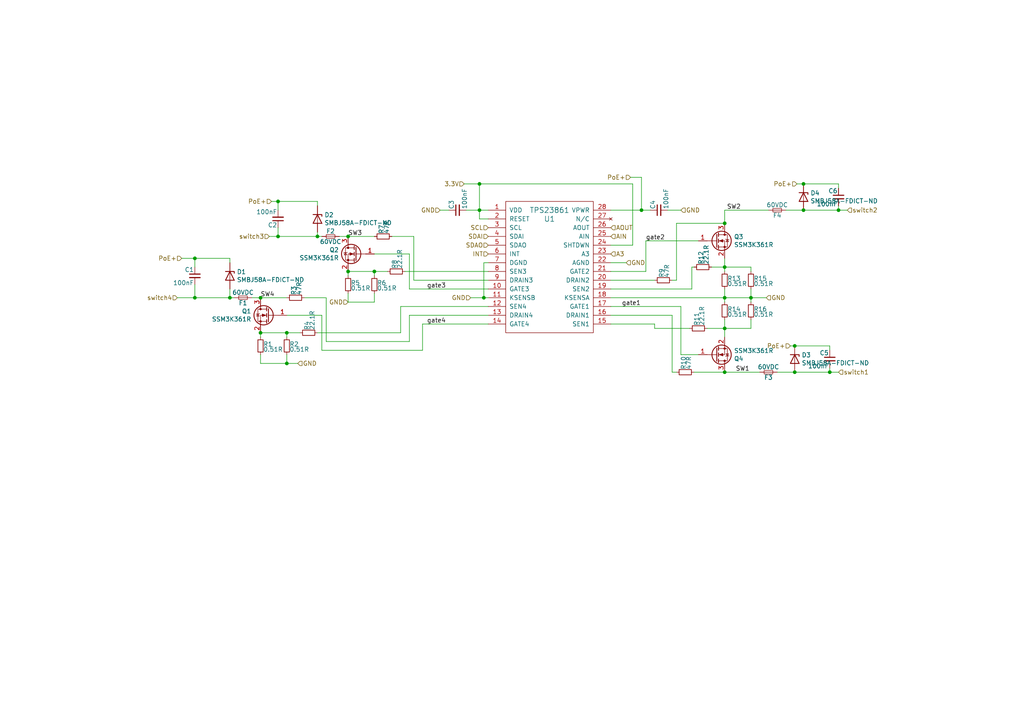
<source format=kicad_sch>
(kicad_sch (version 20211123) (generator eeschema)

  (uuid 1895faed-13c7-4877-930c-ef39a1d7419c)

  (paper "A4")

  (lib_symbols
    (symbol "Auto-Intern:TPS23861" (pin_names (offset 1.016)) (in_bom yes) (on_board yes)
      (property "Reference" "U" (id 0) (at 0 15.24 0)
        (effects (font (size 1.524 1.524)))
      )
      (property "Value" "TPS23861" (id 1) (at 0 17.78 0)
        (effects (font (size 1.524 1.524)))
      )
      (property "Footprint" "" (id 2) (at 0 -2.54 0)
        (effects (font (size 1.524 1.524)) hide)
      )
      (property "Datasheet" "" (id 3) (at 0 -2.54 0)
        (effects (font (size 1.524 1.524)) hide)
      )
      (symbol "TPS23861_0_1"
        (rectangle (start -12.7 20.32) (end 12.7 -17.78)
          (stroke (width 0) (type default) (color 0 0 0 0))
          (fill (type none))
        )
      )
      (symbol "TPS23861_1_1"
        (pin power_in line (at -17.78 17.78 0) (length 5.08)
          (name "VDD" (effects (font (size 1.27 1.27))))
          (number "1" (effects (font (size 1.27 1.27))))
        )
        (pin output line (at -17.78 -5.08 0) (length 5.08)
          (name "GATE3" (effects (font (size 1.27 1.27))))
          (number "10" (effects (font (size 1.27 1.27))))
        )
        (pin input line (at -17.78 -7.62 0) (length 5.08)
          (name "KSENSB" (effects (font (size 1.27 1.27))))
          (number "11" (effects (font (size 1.27 1.27))))
        )
        (pin input line (at -17.78 -10.16 0) (length 5.08)
          (name "SEN4" (effects (font (size 1.27 1.27))))
          (number "12" (effects (font (size 1.27 1.27))))
        )
        (pin input line (at -17.78 -12.7 0) (length 5.08)
          (name "DRAIN4" (effects (font (size 1.27 1.27))))
          (number "13" (effects (font (size 1.27 1.27))))
        )
        (pin output line (at -17.78 -15.24 0) (length 5.08)
          (name "GATE4" (effects (font (size 1.27 1.27))))
          (number "14" (effects (font (size 1.27 1.27))))
        )
        (pin input line (at 17.78 -15.24 180) (length 5.08)
          (name "SEN1" (effects (font (size 1.27 1.27))))
          (number "15" (effects (font (size 1.27 1.27))))
        )
        (pin input line (at 17.78 -12.7 180) (length 5.08)
          (name "DRAIN1" (effects (font (size 1.27 1.27))))
          (number "16" (effects (font (size 1.27 1.27))))
        )
        (pin output line (at 17.78 -10.16 180) (length 5.08)
          (name "GATE1" (effects (font (size 1.27 1.27))))
          (number "17" (effects (font (size 1.27 1.27))))
        )
        (pin input line (at 17.78 -7.62 180) (length 5.08)
          (name "KSENSA" (effects (font (size 1.27 1.27))))
          (number "18" (effects (font (size 1.27 1.27))))
        )
        (pin input line (at 17.78 -5.08 180) (length 5.08)
          (name "SEN2" (effects (font (size 1.27 1.27))))
          (number "19" (effects (font (size 1.27 1.27))))
        )
        (pin input line (at -17.78 15.24 0) (length 5.08)
          (name "RESET" (effects (font (size 1.27 1.27))))
          (number "2" (effects (font (size 1.27 1.27))))
        )
        (pin input line (at 17.78 -2.54 180) (length 5.08)
          (name "DRAIN2" (effects (font (size 1.27 1.27))))
          (number "20" (effects (font (size 1.27 1.27))))
        )
        (pin output line (at 17.78 0 180) (length 5.08)
          (name "GATE2" (effects (font (size 1.27 1.27))))
          (number "21" (effects (font (size 1.27 1.27))))
        )
        (pin power_in line (at 17.78 2.54 180) (length 5.08)
          (name "AGND" (effects (font (size 1.27 1.27))))
          (number "22" (effects (font (size 1.27 1.27))))
        )
        (pin input line (at 17.78 5.08 180) (length 5.08)
          (name "A3" (effects (font (size 1.27 1.27))))
          (number "23" (effects (font (size 1.27 1.27))))
        )
        (pin input line (at 17.78 7.62 180) (length 5.08)
          (name "SHTDWN" (effects (font (size 1.27 1.27))))
          (number "24" (effects (font (size 1.27 1.27))))
        )
        (pin input line (at 17.78 10.16 180) (length 5.08)
          (name "AIN" (effects (font (size 1.27 1.27))))
          (number "25" (effects (font (size 1.27 1.27))))
        )
        (pin output line (at 17.78 12.7 180) (length 5.08)
          (name "AOUT" (effects (font (size 1.27 1.27))))
          (number "26" (effects (font (size 1.27 1.27))))
        )
        (pin no_connect line (at 17.78 15.24 180) (length 5.08)
          (name "N/C" (effects (font (size 1.27 1.27))))
          (number "27" (effects (font (size 1.27 1.27))))
        )
        (pin power_in line (at 17.78 17.78 180) (length 5.08)
          (name "VPWR" (effects (font (size 1.27 1.27))))
          (number "28" (effects (font (size 1.27 1.27))))
        )
        (pin input line (at -17.78 12.7 0) (length 5.08)
          (name "SCL" (effects (font (size 1.27 1.27))))
          (number "3" (effects (font (size 1.27 1.27))))
        )
        (pin input line (at -17.78 10.16 0) (length 5.08)
          (name "SDAI" (effects (font (size 1.27 1.27))))
          (number "4" (effects (font (size 1.27 1.27))))
        )
        (pin output line (at -17.78 7.62 0) (length 5.08)
          (name "SDAO" (effects (font (size 1.27 1.27))))
          (number "5" (effects (font (size 1.27 1.27))))
        )
        (pin output line (at -17.78 5.08 0) (length 5.08)
          (name "INT" (effects (font (size 1.27 1.27))))
          (number "6" (effects (font (size 1.27 1.27))))
        )
        (pin power_in line (at -17.78 2.54 0) (length 5.08)
          (name "DGND" (effects (font (size 1.27 1.27))))
          (number "7" (effects (font (size 1.27 1.27))))
        )
        (pin input line (at -17.78 0 0) (length 5.08)
          (name "SEN3" (effects (font (size 1.27 1.27))))
          (number "8" (effects (font (size 1.27 1.27))))
        )
        (pin input line (at -17.78 -2.54 0) (length 5.08)
          (name "DRAIN3" (effects (font (size 1.27 1.27))))
          (number "9" (effects (font (size 1.27 1.27))))
        )
      )
    )
    (symbol "Device:C_Small" (pin_numbers hide) (pin_names (offset 0.254) hide) (in_bom yes) (on_board yes)
      (property "Reference" "C" (id 0) (at 0.254 1.778 0)
        (effects (font (size 1.27 1.27)) (justify left))
      )
      (property "Value" "C_Small" (id 1) (at 0.254 -2.032 0)
        (effects (font (size 1.27 1.27)) (justify left))
      )
      (property "Footprint" "" (id 2) (at 0 0 0)
        (effects (font (size 1.27 1.27)) hide)
      )
      (property "Datasheet" "~" (id 3) (at 0 0 0)
        (effects (font (size 1.27 1.27)) hide)
      )
      (property "ki_keywords" "capacitor cap" (id 4) (at 0 0 0)
        (effects (font (size 1.27 1.27)) hide)
      )
      (property "ki_description" "Unpolarized capacitor, small symbol" (id 5) (at 0 0 0)
        (effects (font (size 1.27 1.27)) hide)
      )
      (property "ki_fp_filters" "C_*" (id 6) (at 0 0 0)
        (effects (font (size 1.27 1.27)) hide)
      )
      (symbol "C_Small_0_1"
        (polyline
          (pts
            (xy -1.524 -0.508)
            (xy 1.524 -0.508)
          )
          (stroke (width 0.3302) (type default) (color 0 0 0 0))
          (fill (type none))
        )
        (polyline
          (pts
            (xy -1.524 0.508)
            (xy 1.524 0.508)
          )
          (stroke (width 0.3048) (type default) (color 0 0 0 0))
          (fill (type none))
        )
      )
      (symbol "C_Small_1_1"
        (pin passive line (at 0 2.54 270) (length 2.032)
          (name "~" (effects (font (size 1.27 1.27))))
          (number "1" (effects (font (size 1.27 1.27))))
        )
        (pin passive line (at 0 -2.54 90) (length 2.032)
          (name "~" (effects (font (size 1.27 1.27))))
          (number "2" (effects (font (size 1.27 1.27))))
        )
      )
    )
    (symbol "Device:Fuse_Small" (pin_numbers hide) (pin_names (offset 0.254) hide) (in_bom yes) (on_board yes)
      (property "Reference" "F" (id 0) (at 0 -1.524 0)
        (effects (font (size 1.27 1.27)))
      )
      (property "Value" "Fuse_Small" (id 1) (at 0 1.524 0)
        (effects (font (size 1.27 1.27)))
      )
      (property "Footprint" "" (id 2) (at 0 0 0)
        (effects (font (size 1.27 1.27)) hide)
      )
      (property "Datasheet" "~" (id 3) (at 0 0 0)
        (effects (font (size 1.27 1.27)) hide)
      )
      (property "ki_keywords" "fuse" (id 4) (at 0 0 0)
        (effects (font (size 1.27 1.27)) hide)
      )
      (property "ki_description" "Fuse, small symbol" (id 5) (at 0 0 0)
        (effects (font (size 1.27 1.27)) hide)
      )
      (property "ki_fp_filters" "SM*" (id 6) (at 0 0 0)
        (effects (font (size 1.27 1.27)) hide)
      )
      (symbol "Fuse_Small_0_1"
        (rectangle (start -1.27 0.508) (end 1.27 -0.508)
          (stroke (width 0) (type default) (color 0 0 0 0))
          (fill (type none))
        )
        (polyline
          (pts
            (xy -1.27 0)
            (xy 1.27 0)
          )
          (stroke (width 0) (type default) (color 0 0 0 0))
          (fill (type none))
        )
      )
      (symbol "Fuse_Small_1_1"
        (pin passive line (at -2.54 0 0) (length 1.27)
          (name "~" (effects (font (size 1.27 1.27))))
          (number "1" (effects (font (size 1.27 1.27))))
        )
        (pin passive line (at 2.54 0 180) (length 1.27)
          (name "~" (effects (font (size 1.27 1.27))))
          (number "2" (effects (font (size 1.27 1.27))))
        )
      )
    )
    (symbol "Device:Q_NMOS_GSD" (pin_names (offset 0) hide) (in_bom yes) (on_board yes)
      (property "Reference" "Q" (id 0) (at 5.08 1.27 0)
        (effects (font (size 1.27 1.27)) (justify left))
      )
      (property "Value" "Q_NMOS_GSD" (id 1) (at 5.08 -1.27 0)
        (effects (font (size 1.27 1.27)) (justify left))
      )
      (property "Footprint" "" (id 2) (at 5.08 2.54 0)
        (effects (font (size 1.27 1.27)) hide)
      )
      (property "Datasheet" "~" (id 3) (at 0 0 0)
        (effects (font (size 1.27 1.27)) hide)
      )
      (property "ki_keywords" "transistor NMOS N-MOS N-MOSFET" (id 4) (at 0 0 0)
        (effects (font (size 1.27 1.27)) hide)
      )
      (property "ki_description" "N-MOSFET transistor, gate/source/drain" (id 5) (at 0 0 0)
        (effects (font (size 1.27 1.27)) hide)
      )
      (symbol "Q_NMOS_GSD_0_1"
        (polyline
          (pts
            (xy 0.254 0)
            (xy -2.54 0)
          )
          (stroke (width 0) (type default) (color 0 0 0 0))
          (fill (type none))
        )
        (polyline
          (pts
            (xy 0.254 1.905)
            (xy 0.254 -1.905)
          )
          (stroke (width 0.254) (type default) (color 0 0 0 0))
          (fill (type none))
        )
        (polyline
          (pts
            (xy 0.762 -1.27)
            (xy 0.762 -2.286)
          )
          (stroke (width 0.254) (type default) (color 0 0 0 0))
          (fill (type none))
        )
        (polyline
          (pts
            (xy 0.762 0.508)
            (xy 0.762 -0.508)
          )
          (stroke (width 0.254) (type default) (color 0 0 0 0))
          (fill (type none))
        )
        (polyline
          (pts
            (xy 0.762 2.286)
            (xy 0.762 1.27)
          )
          (stroke (width 0.254) (type default) (color 0 0 0 0))
          (fill (type none))
        )
        (polyline
          (pts
            (xy 2.54 2.54)
            (xy 2.54 1.778)
          )
          (stroke (width 0) (type default) (color 0 0 0 0))
          (fill (type none))
        )
        (polyline
          (pts
            (xy 2.54 -2.54)
            (xy 2.54 0)
            (xy 0.762 0)
          )
          (stroke (width 0) (type default) (color 0 0 0 0))
          (fill (type none))
        )
        (polyline
          (pts
            (xy 0.762 -1.778)
            (xy 3.302 -1.778)
            (xy 3.302 1.778)
            (xy 0.762 1.778)
          )
          (stroke (width 0) (type default) (color 0 0 0 0))
          (fill (type none))
        )
        (polyline
          (pts
            (xy 1.016 0)
            (xy 2.032 0.381)
            (xy 2.032 -0.381)
            (xy 1.016 0)
          )
          (stroke (width 0) (type default) (color 0 0 0 0))
          (fill (type outline))
        )
        (polyline
          (pts
            (xy 2.794 0.508)
            (xy 2.921 0.381)
            (xy 3.683 0.381)
            (xy 3.81 0.254)
          )
          (stroke (width 0) (type default) (color 0 0 0 0))
          (fill (type none))
        )
        (polyline
          (pts
            (xy 3.302 0.381)
            (xy 2.921 -0.254)
            (xy 3.683 -0.254)
            (xy 3.302 0.381)
          )
          (stroke (width 0) (type default) (color 0 0 0 0))
          (fill (type none))
        )
        (circle (center 1.651 0) (radius 2.794)
          (stroke (width 0.254) (type default) (color 0 0 0 0))
          (fill (type none))
        )
        (circle (center 2.54 -1.778) (radius 0.254)
          (stroke (width 0) (type default) (color 0 0 0 0))
          (fill (type outline))
        )
        (circle (center 2.54 1.778) (radius 0.254)
          (stroke (width 0) (type default) (color 0 0 0 0))
          (fill (type outline))
        )
      )
      (symbol "Q_NMOS_GSD_1_1"
        (pin input line (at -5.08 0 0) (length 2.54)
          (name "G" (effects (font (size 1.27 1.27))))
          (number "1" (effects (font (size 1.27 1.27))))
        )
        (pin passive line (at 2.54 -5.08 90) (length 2.54)
          (name "S" (effects (font (size 1.27 1.27))))
          (number "2" (effects (font (size 1.27 1.27))))
        )
        (pin passive line (at 2.54 5.08 270) (length 2.54)
          (name "D" (effects (font (size 1.27 1.27))))
          (number "3" (effects (font (size 1.27 1.27))))
        )
      )
    )
    (symbol "Device:R_Small" (pin_numbers hide) (pin_names (offset 0.254) hide) (in_bom yes) (on_board yes)
      (property "Reference" "R" (id 0) (at 0.762 0.508 0)
        (effects (font (size 1.27 1.27)) (justify left))
      )
      (property "Value" "R_Small" (id 1) (at 0.762 -1.016 0)
        (effects (font (size 1.27 1.27)) (justify left))
      )
      (property "Footprint" "" (id 2) (at 0 0 0)
        (effects (font (size 1.27 1.27)) hide)
      )
      (property "Datasheet" "~" (id 3) (at 0 0 0)
        (effects (font (size 1.27 1.27)) hide)
      )
      (property "ki_keywords" "R resistor" (id 4) (at 0 0 0)
        (effects (font (size 1.27 1.27)) hide)
      )
      (property "ki_description" "Resistor, small symbol" (id 5) (at 0 0 0)
        (effects (font (size 1.27 1.27)) hide)
      )
      (property "ki_fp_filters" "R_*" (id 6) (at 0 0 0)
        (effects (font (size 1.27 1.27)) hide)
      )
      (symbol "R_Small_0_1"
        (rectangle (start -0.762 1.778) (end 0.762 -1.778)
          (stroke (width 0.2032) (type default) (color 0 0 0 0))
          (fill (type none))
        )
      )
      (symbol "R_Small_1_1"
        (pin passive line (at 0 2.54 270) (length 0.762)
          (name "~" (effects (font (size 1.27 1.27))))
          (number "1" (effects (font (size 1.27 1.27))))
        )
        (pin passive line (at 0 -2.54 90) (length 0.762)
          (name "~" (effects (font (size 1.27 1.27))))
          (number "2" (effects (font (size 1.27 1.27))))
        )
      )
    )
    (symbol "Diode:5KPxxA" (pin_numbers hide) (pin_names (offset 1.016) hide) (in_bom yes) (on_board yes)
      (property "Reference" "D" (id 0) (at 0 2.54 0)
        (effects (font (size 1.27 1.27)))
      )
      (property "Value" "5KPxxA" (id 1) (at 0 -2.54 0)
        (effects (font (size 1.27 1.27)))
      )
      (property "Footprint" "Diode_THT:D_P600_R-6_P20.00mm_Horizontal" (id 2) (at 0 -5.08 0)
        (effects (font (size 1.27 1.27)) hide)
      )
      (property "Datasheet" "https://diotec.com/tl_files/diotec/files/pdf/datasheets/5kp65.pdf" (id 3) (at -1.27 0 0)
        (effects (font (size 1.27 1.27)) hide)
      )
      (property "ki_keywords" "diode TVS voltage suppressor" (id 4) (at 0 0 0)
        (effects (font (size 1.27 1.27)) hide)
      )
      (property "ki_description" "5000W unidirectional Transient Voltage Suppressor, P-600" (id 5) (at 0 0 0)
        (effects (font (size 1.27 1.27)) hide)
      )
      (property "ki_fp_filters" "D?P600*" (id 6) (at 0 0 0)
        (effects (font (size 1.27 1.27)) hide)
      )
      (symbol "5KPxxA_0_1"
        (polyline
          (pts
            (xy 1.27 0)
            (xy -1.27 0)
          )
          (stroke (width 0) (type default) (color 0 0 0 0))
          (fill (type none))
        )
        (polyline
          (pts
            (xy -0.762 1.27)
            (xy -1.27 1.27)
            (xy -1.27 -1.27)
          )
          (stroke (width 0.254) (type default) (color 0 0 0 0))
          (fill (type none))
        )
        (polyline
          (pts
            (xy 1.27 1.27)
            (xy 1.27 -1.27)
            (xy -1.27 0)
            (xy 1.27 1.27)
          )
          (stroke (width 0.254) (type default) (color 0 0 0 0))
          (fill (type none))
        )
      )
      (symbol "5KPxxA_1_1"
        (pin passive line (at -3.81 0 0) (length 2.54)
          (name "A1" (effects (font (size 1.27 1.27))))
          (number "1" (effects (font (size 1.27 1.27))))
        )
        (pin passive line (at 3.81 0 180) (length 2.54)
          (name "A2" (effects (font (size 1.27 1.27))))
          (number "2" (effects (font (size 1.27 1.27))))
        )
      )
    )
  )

  (junction (at 100.965 78.74) (diameter 0) (color 0 0 0 0)
    (uuid 08437cfc-09d3-4480-8668-b571d9086c3b)
  )
  (junction (at 92.075 68.58) (diameter 0) (color 0 0 0 0)
    (uuid 1549015f-fcc9-4174-8300-f4d462559327)
  )
  (junction (at 240.665 107.95) (diameter 0) (color 0 0 0 0)
    (uuid 18856789-7195-4ca5-9571-868a006d80e0)
  )
  (junction (at 56.515 74.93) (diameter 0) (color 0 0 0 0)
    (uuid 25920add-20a7-4937-90bb-d3eb2c7f79db)
  )
  (junction (at 83.185 105.41) (diameter 0) (color 0 0 0 0)
    (uuid 26faec8e-b4a4-4793-a82f-3f092217be79)
  )
  (junction (at 139.065 53.34) (diameter 0) (color 0 0 0 0)
    (uuid 3296b525-47a6-46b2-b3d7-3ad935eeafde)
  )
  (junction (at 230.505 107.95) (diameter 0) (color 0 0 0 0)
    (uuid 4f311094-4959-4c28-9ca7-e6f146a14130)
  )
  (junction (at 66.675 86.36) (diameter 0) (color 0 0 0 0)
    (uuid 5c70951f-40f7-47c6-85c5-df3d93a87568)
  )
  (junction (at 186.055 60.96) (diameter 0) (color 0 0 0 0)
    (uuid 5d53761c-4b96-4021-9bf0-4da0955bd4c6)
  )
  (junction (at 233.045 60.96) (diameter 0) (color 0 0 0 0)
    (uuid 6968e63c-b9ed-4e25-bfee-5ca3c009fbe3)
  )
  (junction (at 139.065 60.96) (diameter 0) (color 0 0 0 0)
    (uuid 818677d3-1cf6-493e-92c4-7f12207ad1e6)
  )
  (junction (at 210.185 77.47) (diameter 0) (color 0 0 0 0)
    (uuid 81ea3535-cfd3-462a-a656-92bccf8caef3)
  )
  (junction (at 80.645 58.42) (diameter 0) (color 0 0 0 0)
    (uuid 88c9856b-9699-41c0-8b4f-e338cf133062)
  )
  (junction (at 108.585 78.74) (diameter 0) (color 0 0 0 0)
    (uuid 911e1421-0cb9-430b-9412-5153006f3277)
  )
  (junction (at 210.185 95.25) (diameter 0) (color 0 0 0 0)
    (uuid 9cf5d3a8-b80f-472c-a79f-3392de63afe4)
  )
  (junction (at 56.515 86.36) (diameter 0) (color 0 0 0 0)
    (uuid 9f3191af-5808-4462-9b4d-a577b71f2386)
  )
  (junction (at 210.185 64.77) (diameter 0) (color 0 0 0 0)
    (uuid a0826e13-ff61-4e44-963d-6bd5164d9500)
  )
  (junction (at 100.965 68.58) (diameter 0) (color 0 0 0 0)
    (uuid a0eac75a-ad2d-4b1f-b9f3-ee94c0ea592f)
  )
  (junction (at 230.505 100.33) (diameter 0) (color 0 0 0 0)
    (uuid a22577f6-7f7d-405f-89ff-86247c588497)
  )
  (junction (at 210.185 86.36) (diameter 0) (color 0 0 0 0)
    (uuid a3aa64b2-1b73-4193-9ae4-f45c64a097fb)
  )
  (junction (at 217.805 86.36) (diameter 0) (color 0 0 0 0)
    (uuid b2c43af5-d93a-4f5e-a1b4-4383ae7f0e6e)
  )
  (junction (at 210.185 107.95) (diameter 0) (color 0 0 0 0)
    (uuid beb72920-bc27-41f8-ac49-a80d77ec08ec)
  )
  (junction (at 83.185 96.52) (diameter 0) (color 0 0 0 0)
    (uuid c48ad699-bfd5-4953-89cf-87b48fb85def)
  )
  (junction (at 75.565 86.36) (diameter 0) (color 0 0 0 0)
    (uuid c9aa7303-8180-4fc2-9ebf-865998faf9f9)
  )
  (junction (at 75.565 96.52) (diameter 0) (color 0 0 0 0)
    (uuid ce3ecb89-cc4e-453c-a82a-01833c4c1525)
  )
  (junction (at 233.045 53.34) (diameter 0) (color 0 0 0 0)
    (uuid ddc972f7-d9f2-43f0-bda4-2b94ccb3fd5e)
  )
  (junction (at 80.645 68.58) (diameter 0) (color 0 0 0 0)
    (uuid f91c9c63-ef14-476a-958a-ef3f5e92419c)
  )
  (junction (at 140.335 86.36) (diameter 0) (color 0 0 0 0)
    (uuid f97707e0-8c31-43fd-9234-5a390f84dc20)
  )
  (junction (at 243.205 60.96) (diameter 0) (color 0 0 0 0)
    (uuid fe196a71-4ea7-493f-abff-292fd4ffe211)
  )

  (wire (pts (xy 194.945 81.28) (xy 196.215 81.28))
    (stroke (width 0) (type default) (color 0 0 0 0))
    (uuid 03f97c1c-f6e5-4647-8c29-7725ef7aa20e)
  )
  (wire (pts (xy 206.375 77.47) (xy 210.185 77.47))
    (stroke (width 0) (type default) (color 0 0 0 0))
    (uuid 046fab4a-835d-4f71-802d-374ed4e35e68)
  )
  (wire (pts (xy 92.075 68.58) (xy 92.075 67.31))
    (stroke (width 0) (type default) (color 0 0 0 0))
    (uuid 05dbff05-c833-4fae-b9ea-f299be841b19)
  )
  (wire (pts (xy 187.325 69.85) (xy 187.325 78.74))
    (stroke (width 0) (type default) (color 0 0 0 0))
    (uuid 0699a74c-e585-4a61-91e2-a11c58dda83e)
  )
  (wire (pts (xy 75.565 86.36) (xy 83.185 86.36))
    (stroke (width 0) (type default) (color 0 0 0 0))
    (uuid 0bcda1a7-ebed-4c4d-bec6-3dbe74248c29)
  )
  (wire (pts (xy 205.105 95.25) (xy 210.185 95.25))
    (stroke (width 0) (type default) (color 0 0 0 0))
    (uuid 0ead714b-3cec-4b85-9b58-d1dc1f855600)
  )
  (wire (pts (xy 67.945 86.36) (xy 66.675 86.36))
    (stroke (width 0) (type default) (color 0 0 0 0))
    (uuid 0ed286be-badf-4911-9e74-8d6bd9babeec)
  )
  (wire (pts (xy 189.865 95.25) (xy 189.865 93.98))
    (stroke (width 0) (type default) (color 0 0 0 0))
    (uuid 0f2f95da-4702-40e5-bda1-9c214b490a5d)
  )
  (wire (pts (xy 177.165 91.44) (xy 194.945 91.44))
    (stroke (width 0) (type default) (color 0 0 0 0))
    (uuid 10ecb158-8b58-471b-9b56-418e63eb165d)
  )
  (wire (pts (xy 140.335 76.2) (xy 140.335 86.36))
    (stroke (width 0) (type default) (color 0 0 0 0))
    (uuid 12ee076b-f6d5-4ccc-91df-cd0936353220)
  )
  (wire (pts (xy 83.185 105.41) (xy 86.36 105.41))
    (stroke (width 0) (type default) (color 0 0 0 0))
    (uuid 150ade5e-527a-4f11-b478-ccdee0548560)
  )
  (wire (pts (xy 139.065 53.34) (xy 183.515 53.34))
    (stroke (width 0) (type default) (color 0 0 0 0))
    (uuid 16e3b62d-0d06-4375-9f2d-622682cba74f)
  )
  (wire (pts (xy 183.515 71.12) (xy 177.165 71.12))
    (stroke (width 0) (type default) (color 0 0 0 0))
    (uuid 173860b8-dd88-4c48-aac6-3a890a721c2d)
  )
  (wire (pts (xy 217.805 83.82) (xy 217.805 86.36))
    (stroke (width 0) (type default) (color 0 0 0 0))
    (uuid 1f0ced0f-415d-4fcf-b0e9-da63296f4ed3)
  )
  (wire (pts (xy 120.015 68.58) (xy 120.015 81.28))
    (stroke (width 0) (type default) (color 0 0 0 0))
    (uuid 1fcde7f6-068f-45e7-9461-5e3fc888b31c)
  )
  (wire (pts (xy 210.185 95.25) (xy 210.185 97.79))
    (stroke (width 0) (type default) (color 0 0 0 0))
    (uuid 23ae424b-9c5b-4c8c-89e2-db1952836734)
  )
  (wire (pts (xy 240.665 100.33) (xy 240.665 101.6))
    (stroke (width 0) (type default) (color 0 0 0 0))
    (uuid 255573f8-b47d-41b7-a6ce-f956f1dfd3cf)
  )
  (wire (pts (xy 177.165 86.36) (xy 210.185 86.36))
    (stroke (width 0) (type default) (color 0 0 0 0))
    (uuid 25c9ab60-196e-432e-8c72-c03f19618e81)
  )
  (wire (pts (xy 118.745 83.82) (xy 141.605 83.82))
    (stroke (width 0) (type default) (color 0 0 0 0))
    (uuid 268e092d-1260-4968-98b9-06378f7acb52)
  )
  (wire (pts (xy 229.235 100.33) (xy 230.505 100.33))
    (stroke (width 0) (type default) (color 0 0 0 0))
    (uuid 28571047-7cbe-48f6-ac0e-e8608ce6db95)
  )
  (wire (pts (xy 83.185 102.87) (xy 83.185 105.41))
    (stroke (width 0) (type default) (color 0 0 0 0))
    (uuid 2b32d004-3f46-4bac-8aca-5f198667889e)
  )
  (wire (pts (xy 117.475 78.74) (xy 141.605 78.74))
    (stroke (width 0) (type default) (color 0 0 0 0))
    (uuid 2b60c5ff-9fb2-490c-9e94-11ffb2dd6687)
  )
  (wire (pts (xy 240.665 106.68) (xy 240.665 107.95))
    (stroke (width 0) (type default) (color 0 0 0 0))
    (uuid 2fa4d46f-80c0-4dd5-9a65-8398cd5025e6)
  )
  (wire (pts (xy 75.565 105.41) (xy 83.185 105.41))
    (stroke (width 0) (type default) (color 0 0 0 0))
    (uuid 2fefdef7-1411-4b6d-801f-c1a66fc461f5)
  )
  (wire (pts (xy 189.865 81.28) (xy 177.165 81.28))
    (stroke (width 0) (type default) (color 0 0 0 0))
    (uuid 300f58b3-27d2-424c-8725-70804f15bf7c)
  )
  (wire (pts (xy 177.165 60.96) (xy 186.055 60.96))
    (stroke (width 0) (type default) (color 0 0 0 0))
    (uuid 321cbf30-a9c0-4386-a383-63d1918bfaa8)
  )
  (wire (pts (xy 75.565 96.52) (xy 83.185 96.52))
    (stroke (width 0) (type default) (color 0 0 0 0))
    (uuid 344a1e93-1d5d-4086-bcda-b4eddb240b48)
  )
  (wire (pts (xy 100.965 85.09) (xy 100.965 87.63))
    (stroke (width 0) (type default) (color 0 0 0 0))
    (uuid 356e20ae-1c83-4379-b829-9be838f51b90)
  )
  (wire (pts (xy 210.185 92.71) (xy 210.185 95.25))
    (stroke (width 0) (type default) (color 0 0 0 0))
    (uuid 36675054-91aa-4ed4-95e0-02712685a36e)
  )
  (wire (pts (xy 116.205 88.9) (xy 141.605 88.9))
    (stroke (width 0) (type default) (color 0 0 0 0))
    (uuid 3925fe6d-b477-4c25-a975-c3045bab270d)
  )
  (wire (pts (xy 200.025 95.25) (xy 189.865 95.25))
    (stroke (width 0) (type default) (color 0 0 0 0))
    (uuid 3a2eddb7-7443-4890-a261-48fbcd2d06ff)
  )
  (wire (pts (xy 93.345 101.6) (xy 122.555 101.6))
    (stroke (width 0) (type default) (color 0 0 0 0))
    (uuid 3b36cc0f-ffe2-4ba7-aca6-6a95c29473e7)
  )
  (wire (pts (xy 94.615 99.06) (xy 118.745 99.06))
    (stroke (width 0) (type default) (color 0 0 0 0))
    (uuid 3e2f192a-4aaf-42e4-9bea-a28cab04c1a9)
  )
  (wire (pts (xy 94.615 86.36) (xy 94.615 99.06))
    (stroke (width 0) (type default) (color 0 0 0 0))
    (uuid 432222a8-d442-4314-b034-b8a0bb4db84e)
  )
  (wire (pts (xy 230.505 107.95) (xy 240.665 107.95))
    (stroke (width 0) (type default) (color 0 0 0 0))
    (uuid 4512351a-c1ab-4f98-b2bf-732e06c500a4)
  )
  (wire (pts (xy 210.185 86.36) (xy 210.185 87.63))
    (stroke (width 0) (type default) (color 0 0 0 0))
    (uuid 45529dd2-8a1f-457d-a5a7-1b60c4335f5d)
  )
  (wire (pts (xy 56.515 74.93) (xy 66.675 74.93))
    (stroke (width 0) (type default) (color 0 0 0 0))
    (uuid 478e9e33-a6f7-4a80-a975-815ff9bc1202)
  )
  (wire (pts (xy 118.745 91.44) (xy 141.605 91.44))
    (stroke (width 0) (type default) (color 0 0 0 0))
    (uuid 489a5e3b-6068-4a43-9352-a29cac728f32)
  )
  (wire (pts (xy 201.295 77.47) (xy 200.66 77.47))
    (stroke (width 0) (type default) (color 0 0 0 0))
    (uuid 49b06e36-5782-4d04-b744-7053ee7d5b85)
  )
  (wire (pts (xy 75.565 97.79) (xy 75.565 96.52))
    (stroke (width 0) (type default) (color 0 0 0 0))
    (uuid 4aa75c01-95dd-4c91-bb69-be1fe9fb1ebe)
  )
  (wire (pts (xy 243.205 60.96) (xy 245.745 60.96))
    (stroke (width 0) (type default) (color 0 0 0 0))
    (uuid 4cfc0fef-35b9-433e-92b1-1d4e2b9ec93e)
  )
  (wire (pts (xy 108.585 78.74) (xy 112.395 78.74))
    (stroke (width 0) (type default) (color 0 0 0 0))
    (uuid 4f1b73e9-c7a4-4c99-b75d-09cf14d1faa7)
  )
  (wire (pts (xy 210.185 107.95) (xy 220.345 107.95))
    (stroke (width 0) (type default) (color 0 0 0 0))
    (uuid 5541df55-c798-4f0d-836c-8841558d5410)
  )
  (wire (pts (xy 139.065 60.96) (xy 141.605 60.96))
    (stroke (width 0) (type default) (color 0 0 0 0))
    (uuid 5621ca03-34f7-4f7b-88be-dcd35db9ee48)
  )
  (wire (pts (xy 187.325 78.74) (xy 177.165 78.74))
    (stroke (width 0) (type default) (color 0 0 0 0))
    (uuid 58887f66-7120-4e41-aa34-b09ca6c28653)
  )
  (wire (pts (xy 113.665 68.58) (xy 120.015 68.58))
    (stroke (width 0) (type default) (color 0 0 0 0))
    (uuid 5a6258e2-2365-4088-8967-fc5a4d8225cf)
  )
  (wire (pts (xy 202.565 69.85) (xy 187.325 69.85))
    (stroke (width 0) (type default) (color 0 0 0 0))
    (uuid 5c1c2432-9d4d-4226-bade-d5536cb41c89)
  )
  (wire (pts (xy 217.805 77.47) (xy 217.805 78.74))
    (stroke (width 0) (type default) (color 0 0 0 0))
    (uuid 5ccad0b1-6286-4129-b758-6969eeb43a3a)
  )
  (wire (pts (xy 196.215 81.28) (xy 196.215 64.77))
    (stroke (width 0) (type default) (color 0 0 0 0))
    (uuid 5ef4f93d-0221-4bfc-a26f-89526ae0af6b)
  )
  (wire (pts (xy 210.185 77.47) (xy 217.805 77.47))
    (stroke (width 0) (type default) (color 0 0 0 0))
    (uuid 606554c6-7f59-496a-a653-a328f6563fdf)
  )
  (wire (pts (xy 230.505 100.33) (xy 240.665 100.33))
    (stroke (width 0) (type default) (color 0 0 0 0))
    (uuid 6200abbd-c24d-4423-bb9c-54785dbf9bb2)
  )
  (wire (pts (xy 127.635 60.96) (xy 130.175 60.96))
    (stroke (width 0) (type default) (color 0 0 0 0))
    (uuid 653d2265-bcbc-4987-8f9f-6bb4bfafc051)
  )
  (wire (pts (xy 210.185 86.36) (xy 217.805 86.36))
    (stroke (width 0) (type default) (color 0 0 0 0))
    (uuid 6649f5b9-8396-4f7c-9530-e479893b3fb0)
  )
  (wire (pts (xy 78.74 58.42) (xy 80.645 58.42))
    (stroke (width 0) (type default) (color 0 0 0 0))
    (uuid 66c462d9-b5ee-4461-8418-3d47182fa245)
  )
  (wire (pts (xy 196.215 107.95) (xy 194.945 107.95))
    (stroke (width 0) (type default) (color 0 0 0 0))
    (uuid 67745d6c-dea6-40a2-a4c6-ee76710b33d0)
  )
  (wire (pts (xy 210.185 95.25) (xy 217.805 95.25))
    (stroke (width 0) (type default) (color 0 0 0 0))
    (uuid 6b9a3f17-aebf-4e0a-9c54-093d67f39d60)
  )
  (wire (pts (xy 92.075 96.52) (xy 116.205 96.52))
    (stroke (width 0) (type default) (color 0 0 0 0))
    (uuid 6d8fda1e-f194-4f1c-b523-bd1e42caa42d)
  )
  (wire (pts (xy 52.705 74.93) (xy 56.515 74.93))
    (stroke (width 0) (type default) (color 0 0 0 0))
    (uuid 6ded4746-937a-4c03-8d6d-2edbfd345792)
  )
  (wire (pts (xy 93.345 68.58) (xy 92.075 68.58))
    (stroke (width 0) (type default) (color 0 0 0 0))
    (uuid 6fc38d81-9878-4545-a772-e2dff5ef0dbf)
  )
  (wire (pts (xy 98.425 68.58) (xy 100.965 68.58))
    (stroke (width 0) (type default) (color 0 0 0 0))
    (uuid 73d66e78-b794-46f6-9dab-7e825f7a5ad6)
  )
  (wire (pts (xy 177.165 76.2) (xy 181.61 76.2))
    (stroke (width 0) (type default) (color 0 0 0 0))
    (uuid 7b040324-9ead-4dce-a9e2-5505c4f3eede)
  )
  (wire (pts (xy 227.965 60.96) (xy 233.045 60.96))
    (stroke (width 0) (type default) (color 0 0 0 0))
    (uuid 7c223f19-0403-44dd-a8be-33060d80d289)
  )
  (wire (pts (xy 78.105 68.58) (xy 80.645 68.58))
    (stroke (width 0) (type default) (color 0 0 0 0))
    (uuid 7d184971-daa2-464e-8fb8-422ffc04f848)
  )
  (wire (pts (xy 66.675 86.36) (xy 56.515 86.36))
    (stroke (width 0) (type default) (color 0 0 0 0))
    (uuid 8195df34-0bea-4b25-b726-9be1bab17b67)
  )
  (wire (pts (xy 139.065 63.5) (xy 139.065 60.96))
    (stroke (width 0) (type default) (color 0 0 0 0))
    (uuid 829d42fd-3193-4d3c-8303-f667a0b3a540)
  )
  (wire (pts (xy 100.965 80.01) (xy 100.965 78.74))
    (stroke (width 0) (type default) (color 0 0 0 0))
    (uuid 84563c6d-bf91-4bc8-9893-5cb8b6833a60)
  )
  (wire (pts (xy 186.055 51.435) (xy 186.055 60.96))
    (stroke (width 0) (type default) (color 0 0 0 0))
    (uuid 86190791-7780-489e-9d66-6bc7aec59b85)
  )
  (wire (pts (xy 56.515 86.36) (xy 56.515 82.55))
    (stroke (width 0) (type default) (color 0 0 0 0))
    (uuid 86d1e91f-2788-4052-9cb7-68a709c5971f)
  )
  (wire (pts (xy 83.185 91.44) (xy 93.345 91.44))
    (stroke (width 0) (type default) (color 0 0 0 0))
    (uuid 8cdfa595-4eb5-4298-a8b6-56cdc2921150)
  )
  (wire (pts (xy 210.185 83.82) (xy 210.185 86.36))
    (stroke (width 0) (type default) (color 0 0 0 0))
    (uuid 8dcdd0e7-892e-4695-9b91-fc1e4fa2f690)
  )
  (wire (pts (xy 100.965 68.58) (xy 108.585 68.58))
    (stroke (width 0) (type default) (color 0 0 0 0))
    (uuid 9104d4ce-e88d-491b-a34c-69595aa6cafa)
  )
  (wire (pts (xy 108.585 73.66) (xy 118.745 73.66))
    (stroke (width 0) (type default) (color 0 0 0 0))
    (uuid 9137bc37-9e9c-4d6f-897e-302230fd8da5)
  )
  (wire (pts (xy 108.585 78.74) (xy 108.585 80.01))
    (stroke (width 0) (type default) (color 0 0 0 0))
    (uuid 921c8d33-4d0d-44f1-b530-a8bd89ec51c6)
  )
  (wire (pts (xy 233.045 60.96) (xy 243.205 60.96))
    (stroke (width 0) (type default) (color 0 0 0 0))
    (uuid 953a993a-cdc1-44e2-a4c8-1faa53b93cdc)
  )
  (wire (pts (xy 182.88 51.435) (xy 186.055 51.435))
    (stroke (width 0) (type default) (color 0 0 0 0))
    (uuid 95c35d8f-2b1a-4b03-8d0c-3bbe1e3f50e2)
  )
  (wire (pts (xy 92.075 68.58) (xy 80.645 68.58))
    (stroke (width 0) (type default) (color 0 0 0 0))
    (uuid 9940915d-e546-43db-ab3d-a9936937281e)
  )
  (wire (pts (xy 141.605 86.36) (xy 140.335 86.36))
    (stroke (width 0) (type default) (color 0 0 0 0))
    (uuid 9cd1e1fe-9136-45ba-b79b-eb17aca506ea)
  )
  (wire (pts (xy 56.515 77.47) (xy 56.515 74.93))
    (stroke (width 0) (type default) (color 0 0 0 0))
    (uuid 9d608464-dfca-4fb3-b590-f213c4a59148)
  )
  (wire (pts (xy 80.645 68.58) (xy 80.645 66.04))
    (stroke (width 0) (type default) (color 0 0 0 0))
    (uuid 9d82a73f-fae4-434e-86c9-4ac8c5bc8ec1)
  )
  (wire (pts (xy 243.205 59.69) (xy 243.205 60.96))
    (stroke (width 0) (type default) (color 0 0 0 0))
    (uuid 9f1ae062-aa86-485a-b642-e4de36ad8775)
  )
  (wire (pts (xy 193.675 60.96) (xy 197.485 60.96))
    (stroke (width 0) (type default) (color 0 0 0 0))
    (uuid a14c33d7-a76d-473a-8a09-5fa5e73082d6)
  )
  (wire (pts (xy 210.185 60.96) (xy 210.185 64.77))
    (stroke (width 0) (type default) (color 0 0 0 0))
    (uuid a1d234c5-826d-42aa-9342-6b9da36e90f3)
  )
  (wire (pts (xy 122.555 101.6) (xy 122.555 93.98))
    (stroke (width 0) (type default) (color 0 0 0 0))
    (uuid a27fadf3-d629-4405-8e79-83920bdf50da)
  )
  (wire (pts (xy 134.62 53.34) (xy 139.065 53.34))
    (stroke (width 0) (type default) (color 0 0 0 0))
    (uuid a2d9a367-d0b4-483c-a03b-8dd4f019c6f5)
  )
  (wire (pts (xy 217.805 95.25) (xy 217.805 92.71))
    (stroke (width 0) (type default) (color 0 0 0 0))
    (uuid a31fc8c3-b8d0-47e4-9dbb-e526dc9a60d4)
  )
  (wire (pts (xy 100.965 78.74) (xy 108.585 78.74))
    (stroke (width 0) (type default) (color 0 0 0 0))
    (uuid a4dc685c-eeb6-4ff4-b254-6e5f158feabd)
  )
  (wire (pts (xy 66.675 86.36) (xy 66.675 83.82))
    (stroke (width 0) (type default) (color 0 0 0 0))
    (uuid a73b7d22-c507-4ad3-9050-6d7516cb7cf7)
  )
  (wire (pts (xy 194.945 91.44) (xy 194.945 107.95))
    (stroke (width 0) (type default) (color 0 0 0 0))
    (uuid a7a1a369-6739-47e3-af0d-843f3403dedf)
  )
  (wire (pts (xy 88.265 86.36) (xy 94.615 86.36))
    (stroke (width 0) (type default) (color 0 0 0 0))
    (uuid a7fa112b-eb93-4e34-bf09-02cf897bd361)
  )
  (wire (pts (xy 118.745 99.06) (xy 118.745 91.44))
    (stroke (width 0) (type default) (color 0 0 0 0))
    (uuid a82b928b-9b07-4d69-82f6-832a1ec8fe21)
  )
  (wire (pts (xy 201.295 107.95) (xy 210.185 107.95))
    (stroke (width 0) (type default) (color 0 0 0 0))
    (uuid a960e330-11df-4883-ae91-2f5c32573837)
  )
  (wire (pts (xy 116.205 96.52) (xy 116.205 88.9))
    (stroke (width 0) (type default) (color 0 0 0 0))
    (uuid aa435a28-e0a2-4983-9616-902877e0b028)
  )
  (wire (pts (xy 139.065 60.96) (xy 135.255 60.96))
    (stroke (width 0) (type default) (color 0 0 0 0))
    (uuid aa580384-5f46-40c1-8256-0f241596fe98)
  )
  (wire (pts (xy 217.805 86.36) (xy 217.805 87.63))
    (stroke (width 0) (type default) (color 0 0 0 0))
    (uuid aa9f1eac-1cd7-4a7d-b176-8be4e0e51c88)
  )
  (wire (pts (xy 83.185 96.52) (xy 83.185 97.79))
    (stroke (width 0) (type default) (color 0 0 0 0))
    (uuid ac09a8ca-6237-45f2-a2a4-2d4b308eb1ff)
  )
  (wire (pts (xy 186.055 60.96) (xy 188.595 60.96))
    (stroke (width 0) (type default) (color 0 0 0 0))
    (uuid aca459d1-0bc8-40fa-bcb8-f847b0746706)
  )
  (wire (pts (xy 136.525 86.36) (xy 140.335 86.36))
    (stroke (width 0) (type default) (color 0 0 0 0))
    (uuid b578f370-8b26-4d1b-9cea-e061a653a97e)
  )
  (wire (pts (xy 100.965 87.63) (xy 108.585 87.63))
    (stroke (width 0) (type default) (color 0 0 0 0))
    (uuid b7451dc5-e929-46c0-8e20-3b0d28a20124)
  )
  (wire (pts (xy 197.485 102.87) (xy 202.565 102.87))
    (stroke (width 0) (type default) (color 0 0 0 0))
    (uuid b8333d21-9e6b-4419-8726-eeb19697e71d)
  )
  (wire (pts (xy 51.435 86.36) (xy 56.515 86.36))
    (stroke (width 0) (type default) (color 0 0 0 0))
    (uuid b92d3146-8000-4f4e-ab8e-f14b1000465f)
  )
  (wire (pts (xy 183.515 53.34) (xy 183.515 71.12))
    (stroke (width 0) (type default) (color 0 0 0 0))
    (uuid b9a5dca9-5478-495a-8d00-027c5ee58aa9)
  )
  (wire (pts (xy 122.555 93.98) (xy 141.605 93.98))
    (stroke (width 0) (type default) (color 0 0 0 0))
    (uuid bb690650-089d-453c-8496-bb6ba608bbe5)
  )
  (wire (pts (xy 66.675 74.93) (xy 66.675 76.2))
    (stroke (width 0) (type default) (color 0 0 0 0))
    (uuid bcd9f4a3-1af6-4a06-b161-bffad78dd78b)
  )
  (wire (pts (xy 231.14 53.34) (xy 233.045 53.34))
    (stroke (width 0) (type default) (color 0 0 0 0))
    (uuid bd4ad323-94be-4dc2-87eb-fd881460f370)
  )
  (wire (pts (xy 93.345 91.44) (xy 93.345 101.6))
    (stroke (width 0) (type default) (color 0 0 0 0))
    (uuid c0b0b0f3-14ba-42ee-bd10-fe84dd449b6d)
  )
  (wire (pts (xy 200.66 77.47) (xy 200.66 83.82))
    (stroke (width 0) (type default) (color 0 0 0 0))
    (uuid c1d79fcb-e2c2-41a3-9c40-0f3298ad8d2b)
  )
  (wire (pts (xy 108.585 85.09) (xy 108.585 87.63))
    (stroke (width 0) (type default) (color 0 0 0 0))
    (uuid c32346b8-124a-4dfd-a403-b14b49727d4f)
  )
  (wire (pts (xy 233.045 53.34) (xy 243.205 53.34))
    (stroke (width 0) (type default) (color 0 0 0 0))
    (uuid c5734c2f-2947-4d59-bbee-21da97a00d0d)
  )
  (wire (pts (xy 210.185 64.77) (xy 196.215 64.77))
    (stroke (width 0) (type default) (color 0 0 0 0))
    (uuid c955ddb4-1564-458c-aa86-474dad9655f5)
  )
  (wire (pts (xy 197.485 88.9) (xy 197.485 102.87))
    (stroke (width 0) (type default) (color 0 0 0 0))
    (uuid d4071dfe-a0d0-42aa-8de4-a4ef53052eb6)
  )
  (wire (pts (xy 92.075 59.69) (xy 92.075 58.42))
    (stroke (width 0) (type default) (color 0 0 0 0))
    (uuid d65bdc6c-685d-4a09-89d9-a203588fcb98)
  )
  (wire (pts (xy 240.665 107.95) (xy 243.205 107.95))
    (stroke (width 0) (type default) (color 0 0 0 0))
    (uuid d9498880-0902-43e2-8cf0-0a18fa8ba79c)
  )
  (wire (pts (xy 200.66 83.82) (xy 177.165 83.82))
    (stroke (width 0) (type default) (color 0 0 0 0))
    (uuid dcf5d237-f17c-44e5-b462-563f94765ec3)
  )
  (wire (pts (xy 177.165 88.9) (xy 197.485 88.9))
    (stroke (width 0) (type default) (color 0 0 0 0))
    (uuid dde71de2-8060-41d8-ab50-42871e763693)
  )
  (wire (pts (xy 80.645 58.42) (xy 92.075 58.42))
    (stroke (width 0) (type default) (color 0 0 0 0))
    (uuid df189376-5a66-40d8-9ba6-28d30af7e35f)
  )
  (wire (pts (xy 141.605 81.28) (xy 120.015 81.28))
    (stroke (width 0) (type default) (color 0 0 0 0))
    (uuid df9e8529-0a15-4a36-99c7-62a2aff5f377)
  )
  (wire (pts (xy 210.185 77.47) (xy 210.185 78.74))
    (stroke (width 0) (type default) (color 0 0 0 0))
    (uuid e509cd57-63e5-442a-9e64-8daee7fb5382)
  )
  (wire (pts (xy 222.885 60.96) (xy 210.185 60.96))
    (stroke (width 0) (type default) (color 0 0 0 0))
    (uuid e6f265ef-ef6f-4666-8677-cdd42ce862bd)
  )
  (wire (pts (xy 210.185 74.93) (xy 210.185 77.47))
    (stroke (width 0) (type default) (color 0 0 0 0))
    (uuid e7973e7a-0e25-49c2-917f-0f8f1eac7da4)
  )
  (wire (pts (xy 73.025 86.36) (xy 75.565 86.36))
    (stroke (width 0) (type default) (color 0 0 0 0))
    (uuid e96e79a6-ae5e-48cb-bda2-296115c6175e)
  )
  (wire (pts (xy 140.335 76.2) (xy 141.605 76.2))
    (stroke (width 0) (type default) (color 0 0 0 0))
    (uuid eb78fda7-71d0-4572-b23a-4c1d58f7e016)
  )
  (wire (pts (xy 118.745 73.66) (xy 118.745 83.82))
    (stroke (width 0) (type default) (color 0 0 0 0))
    (uuid ecee25a3-e9f5-4e46-9189-64c1e6d4d6d8)
  )
  (wire (pts (xy 141.605 63.5) (xy 139.065 63.5))
    (stroke (width 0) (type default) (color 0 0 0 0))
    (uuid f1c21003-35a8-4d68-aaf7-65df6d440a8e)
  )
  (wire (pts (xy 217.805 86.36) (xy 222.25 86.36))
    (stroke (width 0) (type default) (color 0 0 0 0))
    (uuid f2623734-4f7d-446e-ac6e-f2389cb07a12)
  )
  (wire (pts (xy 139.065 53.34) (xy 139.065 60.96))
    (stroke (width 0) (type default) (color 0 0 0 0))
    (uuid f3574b06-a63a-4c27-a9c1-b5be7c7588e4)
  )
  (wire (pts (xy 225.425 107.95) (xy 230.505 107.95))
    (stroke (width 0) (type default) (color 0 0 0 0))
    (uuid f435293b-3f4e-4e94-9528-f6bfad900785)
  )
  (wire (pts (xy 80.645 60.96) (xy 80.645 58.42))
    (stroke (width 0) (type default) (color 0 0 0 0))
    (uuid f893260f-3214-489f-ba99-32dcab1adbf5)
  )
  (wire (pts (xy 243.205 53.34) (xy 243.205 54.61))
    (stroke (width 0) (type default) (color 0 0 0 0))
    (uuid f8b17cab-5446-4af8-8bda-e63d66fd05c0)
  )
  (wire (pts (xy 75.565 102.87) (xy 75.565 105.41))
    (stroke (width 0) (type default) (color 0 0 0 0))
    (uuid fb849db0-c1c5-4bee-8ec9-3ee37fcabdea)
  )
  (wire (pts (xy 83.185 96.52) (xy 86.995 96.52))
    (stroke (width 0) (type default) (color 0 0 0 0))
    (uuid fda019b3-293a-4f99-aee2-345b1cfe35e6)
  )
  (wire (pts (xy 189.865 93.98) (xy 177.165 93.98))
    (stroke (width 0) (type default) (color 0 0 0 0))
    (uuid fe1aea54-9829-4564-aea5-b3b76a1de79d)
  )

  (label "SW2" (at 210.82 60.96 0)
    (effects (font (size 1.27 1.27)) (justify left bottom))
    (uuid 08c5e62f-332d-47b2-bd4f-678cd514af72)
  )
  (label "gate2" (at 187.325 69.85 0)
    (effects (font (size 1.27 1.27)) (justify left bottom))
    (uuid 2bccf1b6-60e3-4d90-97de-3ed786c2d2b9)
  )
  (label "SW1" (at 213.36 107.95 0)
    (effects (font (size 1.27 1.27)) (justify left bottom))
    (uuid 39c6d802-2ee0-4526-874a-717a9e3d276e)
  )
  (label "gate1" (at 180.34 88.9 0)
    (effects (font (size 1.27 1.27)) (justify left bottom))
    (uuid 852aac15-eb8e-43d3-a2e4-094c78fb6f8c)
  )
  (label "SW3" (at 100.965 68.58 0)
    (effects (font (size 1.27 1.27)) (justify left bottom))
    (uuid b2ccae4d-1ade-4dab-b9d9-5aed90720cfd)
  )
  (label "SW4" (at 75.565 86.36 0)
    (effects (font (size 1.27 1.27)) (justify left bottom))
    (uuid badc0f94-209d-404e-9b9e-ec99e996eabb)
  )
  (label "gate3" (at 123.825 83.82 0)
    (effects (font (size 1.27 1.27)) (justify left bottom))
    (uuid c6d27b41-5bb4-4df7-baf2-37a908cf065f)
  )
  (label "gate4" (at 123.825 93.98 0)
    (effects (font (size 1.27 1.27)) (justify left bottom))
    (uuid f284ffd7-caef-4d0d-828e-200cd0e22868)
  )

  (hierarchical_label "PoE+" (shape input) (at 78.74 58.42 180)
    (effects (font (size 1.27 1.27)) (justify right))
    (uuid 0aaac223-4492-4e30-b619-03a5a909a25a)
  )
  (hierarchical_label "GND" (shape input) (at 127.635 60.96 180)
    (effects (font (size 1.27 1.27)) (justify right))
    (uuid 1b7a4c5b-9ac2-4dbd-ace2-39549b4d1fa6)
  )
  (hierarchical_label "GND" (shape input) (at 197.485 60.96 0)
    (effects (font (size 1.27 1.27)) (justify left))
    (uuid 2db5c239-3add-48ab-8782-3102a92cba40)
  )
  (hierarchical_label "GND" (shape input) (at 86.36 105.41 0)
    (effects (font (size 1.27 1.27)) (justify left))
    (uuid 2ee5a11e-7869-4b90-b36c-502294be2307)
  )
  (hierarchical_label "PoE+" (shape input) (at 52.705 74.93 180)
    (effects (font (size 1.27 1.27)) (justify right))
    (uuid 6737bbeb-6536-4305-b82d-6bd0b683da14)
  )
  (hierarchical_label "PoE+" (shape input) (at 229.235 100.33 180)
    (effects (font (size 1.27 1.27)) (justify right))
    (uuid 68be8fef-0c4f-42ab-950e-816154fc6565)
  )
  (hierarchical_label "GND" (shape input) (at 181.61 76.2 0)
    (effects (font (size 1.27 1.27)) (justify left))
    (uuid 6c8d83fb-247e-4f56-b3f5-ff5a132c1bd8)
  )
  (hierarchical_label "A3" (shape input) (at 177.165 73.66 0)
    (effects (font (size 1.27 1.27)) (justify left))
    (uuid 7e59c70c-4a4b-4c31-a1f6-5957d95ce2a5)
  )
  (hierarchical_label "SDAI" (shape input) (at 141.605 68.58 180)
    (effects (font (size 1.27 1.27)) (justify right))
    (uuid 88c08252-58e9-429e-a57f-184ec218166e)
  )
  (hierarchical_label "PoE+" (shape input) (at 182.88 51.435 180)
    (effects (font (size 1.27 1.27)) (justify right))
    (uuid 95d3141e-ac9f-440c-9c0a-f2832ce134e7)
  )
  (hierarchical_label "switch3" (shape input) (at 78.105 68.58 180)
    (effects (font (size 1.27 1.27)) (justify right))
    (uuid 9975bb1f-8754-444b-b6a2-99338b9d716e)
  )
  (hierarchical_label "switch4" (shape input) (at 51.435 86.36 180)
    (effects (font (size 1.27 1.27)) (justify right))
    (uuid 9f117d99-2b37-4e5e-a5e4-da704329d2de)
  )
  (hierarchical_label "switch2" (shape input) (at 245.745 60.96 0)
    (effects (font (size 1.27 1.27)) (justify left))
    (uuid a90b2363-2bd0-445b-ba55-413aa4d6ce42)
  )
  (hierarchical_label "switch1" (shape input) (at 243.205 107.95 0)
    (effects (font (size 1.27 1.27)) (justify left))
    (uuid ab209be1-1dec-4a31-879d-c3aca6df2781)
  )
  (hierarchical_label "INT" (shape input) (at 141.605 73.66 180)
    (effects (font (size 1.27 1.27)) (justify right))
    (uuid ab263c31-406f-4a79-a2e6-af7cb7802c80)
  )
  (hierarchical_label "AIN" (shape input) (at 177.165 68.58 0)
    (effects (font (size 1.27 1.27)) (justify left))
    (uuid b61cd575-44b3-4f16-a6c1-2497e402afa6)
  )
  (hierarchical_label "GND" (shape input) (at 100.965 87.63 180)
    (effects (font (size 1.27 1.27)) (justify right))
    (uuid bbc34446-5709-45a0-b192-48807e8435a4)
  )
  (hierarchical_label "SCL" (shape input) (at 141.605 66.04 180)
    (effects (font (size 1.27 1.27)) (justify right))
    (uuid cd4ca271-14df-4504-8ffb-5b5a9754bef9)
  )
  (hierarchical_label "SDAO" (shape input) (at 141.605 71.12 180)
    (effects (font (size 1.27 1.27)) (justify right))
    (uuid d9f228b9-4511-43ef-b8e5-be080067c3a3)
  )
  (hierarchical_label "PoE+" (shape input) (at 231.14 53.34 180)
    (effects (font (size 1.27 1.27)) (justify right))
    (uuid df6d4745-a517-4516-a701-998036f8ebba)
  )
  (hierarchical_label "GND" (shape input) (at 136.525 86.36 180)
    (effects (font (size 1.27 1.27)) (justify right))
    (uuid e0b2706f-3ea6-4fc1-a81c-0b2042abf528)
  )
  (hierarchical_label "3.3V" (shape input) (at 134.62 53.34 180)
    (effects (font (size 1.27 1.27)) (justify right))
    (uuid f004b596-2b31-4a65-9e7b-bc59e785b380)
  )
  (hierarchical_label "GND" (shape input) (at 222.25 86.36 0)
    (effects (font (size 1.27 1.27)) (justify left))
    (uuid f4d979c1-f082-49e9-90c0-62d94144fbf1)
  )
  (hierarchical_label "AOUT" (shape input) (at 177.165 66.04 0)
    (effects (font (size 1.27 1.27)) (justify left))
    (uuid fe400709-f1fa-4771-8f48-1a50bcaf0253)
  )

  (symbol (lib_id "Device:R_Small") (at 203.835 77.47 90) (unit 1)
    (in_bom yes) (on_board yes)
    (uuid 11fd8834-e350-4372-a0e7-ec4c696a8228)
    (property "Reference" "R12" (id 0) (at 203.327 76.708 0)
      (effects (font (size 1.27 1.27)) (justify left))
    )
    (property "Value" "22.1R" (id 1) (at 204.851 76.708 0)
      (effects (font (size 1.27 1.27)) (justify left))
    )
    (property "Footprint" "Resistor_SMD:R_0603_1608Metric" (id 2) (at 203.835 77.47 0)
      (effects (font (size 1.27 1.27)) hide)
    )
    (property "Datasheet" "" (id 3) (at 203.835 77.47 0)
      (effects (font (size 1.27 1.27)) hide)
    )
    (property "Digi-Key_PN" "P22.1HCT-ND" (id 4) (at 203.835 77.47 0)
      (effects (font (size 1.27 1.27)) hide)
    )
    (property "Tolerance" "1%" (id 5) (at 203.835 77.47 0)
      (effects (font (size 1.27 1.27)) hide)
    )
    (pin "1" (uuid 763aeea7-e3b2-4b1d-9647-743b36831504))
    (pin "2" (uuid 1e3d61ea-1ba0-4a81-b113-cc24dd3808f6))
  )

  (symbol (lib_id "Device:R_Small") (at 202.565 95.25 90) (unit 1)
    (in_bom yes) (on_board yes)
    (uuid 155ab018-a682-473f-a7b3-b2d21902215d)
    (property "Reference" "R11" (id 0) (at 202.057 94.488 0)
      (effects (font (size 1.27 1.27)) (justify left))
    )
    (property "Value" "22.1R" (id 1) (at 203.581 94.488 0)
      (effects (font (size 1.27 1.27)) (justify left))
    )
    (property "Footprint" "Resistor_SMD:R_0603_1608Metric" (id 2) (at 202.565 95.25 0)
      (effects (font (size 1.27 1.27)) hide)
    )
    (property "Datasheet" "" (id 3) (at 202.565 95.25 0)
      (effects (font (size 1.27 1.27)) hide)
    )
    (property "Digi-Key_PN" "P22.1HCT-ND" (id 4) (at 202.565 95.25 0)
      (effects (font (size 1.27 1.27)) hide)
    )
    (property "Tolerance" "1%" (id 5) (at 202.565 95.25 0)
      (effects (font (size 1.27 1.27)) hide)
    )
    (pin "1" (uuid 5f5cf861-b0bb-4525-a4f7-69acc8b84e21))
    (pin "2" (uuid 3bf07886-7c46-4dfc-81a0-2e83232e9018))
  )

  (symbol (lib_id "Device:Q_NMOS_GSD") (at 207.645 102.87 0) (mirror x) (unit 1)
    (in_bom yes) (on_board yes)
    (uuid 1929e7b1-664e-4d2d-9860-04ea3faea926)
    (property "Reference" "Q4" (id 0) (at 212.8774 104.0384 0)
      (effects (font (size 1.27 1.27)) (justify left))
    )
    (property "Value" "SSM3K361R" (id 1) (at 212.8774 101.727 0)
      (effects (font (size 1.27 1.27)) (justify left))
    )
    (property "Footprint" "Package_TO_SOT_SMD:SOT-23" (id 2) (at 212.725 105.41 0)
      (effects (font (size 1.27 1.27)) hide)
    )
    (property "Datasheet" "~" (id 3) (at 207.645 102.87 0)
      (effects (font (size 1.27 1.27)) hide)
    )
    (pin "1" (uuid 436f10f0-808f-4a49-a467-6c08ff576401))
    (pin "2" (uuid 831b4d55-5bc2-4ed4-b227-c846fa148cc4))
    (pin "3" (uuid dd01ce36-6d13-476f-ae6d-4ce88bb8a153))
  )

  (symbol (lib_id "Device:Fuse_Small") (at 225.425 60.96 0) (mirror y) (unit 1)
    (in_bom yes) (on_board yes)
    (uuid 1f60205f-5fd9-4613-8967-13f2a72ca9fb)
    (property "Reference" "F4" (id 0) (at 225.425 62.484 0))
    (property "Value" "60VDC" (id 1) (at 225.425 59.436 0))
    (property "Footprint" "Fuse:Fuse_1206_3216Metric" (id 2) (at 225.425 60.96 0)
      (effects (font (size 1.27 1.27)) hide)
    )
    (property "Datasheet" "" (id 3) (at 225.425 60.96 0)
      (effects (font (size 1.27 1.27)) hide)
    )
    (property "type" "slow blow" (id 4) (at 225.425 60.96 0)
      (effects (font (size 1.524 1.524)) hide)
    )
    (property "cold resistance" "<200m" (id 5) (at 225.425 60.96 0)
      (effects (font (size 1.524 1.524)) hide)
    )
    (property "Digi-Key_PN" "F2569CT-ND" (id 6) (at 225.425 60.96 0)
      (effects (font (size 1.27 1.27)) hide)
    )
    (pin "1" (uuid 4075da1c-7910-4dcf-96ba-23a138333da2))
    (pin "2" (uuid 63166de7-5a90-4e57-9eb8-a1d29e9b17b9))
  )

  (symbol (lib_id "Device:R_Small") (at 111.125 68.58 90) (unit 1)
    (in_bom yes) (on_board yes)
    (uuid 22f6839a-e911-41a7-a503-ac5282bba01b)
    (property "Reference" "R7" (id 0) (at 110.617 67.818 0)
      (effects (font (size 1.27 1.27)) (justify left))
    )
    (property "Value" "47R" (id 1) (at 112.141 67.818 0)
      (effects (font (size 1.27 1.27)) (justify left))
    )
    (property "Footprint" "Resistor_SMD:R_0603_1608Metric" (id 2) (at 111.125 68.58 0)
      (effects (font (size 1.27 1.27)) hide)
    )
    (property "Datasheet" "" (id 3) (at 111.125 68.58 0)
      (effects (font (size 1.27 1.27)) hide)
    )
    (property "Digi-Key_PN" "‎RMCF0603JT47R0CT-ND‎" (id 4) (at 111.125 68.58 0)
      (effects (font (size 1.27 1.27)) hide)
    )
    (property "Tolerance" "5%" (id 5) (at 111.125 68.58 0)
      (effects (font (size 1.27 1.27)) hide)
    )
    (pin "1" (uuid d25c6809-1991-4a7f-826c-48b33de81772))
    (pin "2" (uuid 2628f169-abab-45c8-9c52-031ef3eb4df8))
  )

  (symbol (lib_id "Device:R_Small") (at 192.405 81.28 90) (unit 1)
    (in_bom yes) (on_board yes)
    (uuid 28775263-e753-46b1-8005-bfd6167ee8c4)
    (property "Reference" "R9" (id 0) (at 191.897 80.518 0)
      (effects (font (size 1.27 1.27)) (justify left))
    )
    (property "Value" "47R" (id 1) (at 193.421 80.518 0)
      (effects (font (size 1.27 1.27)) (justify left))
    )
    (property "Footprint" "Resistor_SMD:R_0603_1608Metric" (id 2) (at 192.405 81.28 0)
      (effects (font (size 1.27 1.27)) hide)
    )
    (property "Datasheet" "" (id 3) (at 192.405 81.28 0)
      (effects (font (size 1.27 1.27)) hide)
    )
    (property "Digi-Key_PN" "‎RMCF0603JT47R0CT-ND‎" (id 4) (at 192.405 81.28 0)
      (effects (font (size 1.27 1.27)) hide)
    )
    (property "Tolerance" "5%" (id 5) (at 192.405 81.28 0)
      (effects (font (size 1.27 1.27)) hide)
    )
    (pin "1" (uuid ed927d7a-6494-49f7-b93d-73bc4f839797))
    (pin "2" (uuid 554415c2-ca65-4a5d-b98c-d3706c23566c))
  )

  (symbol (lib_id "Device:R_Small") (at 114.935 78.74 90) (unit 1)
    (in_bom yes) (on_board yes)
    (uuid 3675378d-6d10-4725-ae2c-8cac38210bfd)
    (property "Reference" "R8" (id 0) (at 114.427 77.978 0)
      (effects (font (size 1.27 1.27)) (justify left))
    )
    (property "Value" "22.1R" (id 1) (at 115.951 77.978 0)
      (effects (font (size 1.27 1.27)) (justify left))
    )
    (property "Footprint" "Resistor_SMD:R_0603_1608Metric" (id 2) (at 114.935 78.74 0)
      (effects (font (size 1.27 1.27)) hide)
    )
    (property "Datasheet" "" (id 3) (at 114.935 78.74 0)
      (effects (font (size 1.27 1.27)) hide)
    )
    (property "Digi-Key_PN" "P22.1HCT-ND" (id 4) (at 114.935 78.74 0)
      (effects (font (size 1.27 1.27)) hide)
    )
    (property "Tolerance" "1%" (id 5) (at 114.935 78.74 0)
      (effects (font (size 1.27 1.27)) hide)
    )
    (pin "1" (uuid b733dc4d-2d4e-48c6-a71e-eeee7ae75156))
    (pin "2" (uuid 569c819f-8a32-4c8e-98d5-4c24dc762031))
  )

  (symbol (lib_id "Device:R_Small") (at 100.965 82.55 0) (unit 1)
    (in_bom yes) (on_board yes)
    (uuid 3fd0f4ec-3208-472e-bc73-482bc24225eb)
    (property "Reference" "R5" (id 0) (at 101.727 82.042 0)
      (effects (font (size 1.27 1.27)) (justify left))
    )
    (property "Value" "0.51R" (id 1) (at 101.727 83.566 0)
      (effects (font (size 1.27 1.27)) (justify left))
    )
    (property "Footprint" "Resistor_SMD:R_0603_1608Metric" (id 2) (at 100.965 82.55 0)
      (effects (font (size 1.27 1.27)) hide)
    )
    (property "Datasheet" "" (id 3) (at 100.965 82.55 0)
      (effects (font (size 1.27 1.27)) hide)
    )
    (property "Digi-Key_PN" "P.51AJCT-ND" (id 4) (at 100.965 82.55 0)
      (effects (font (size 1.27 1.27)) hide)
    )
    (property "Tolerance" "1%" (id 5) (at 100.965 82.55 0)
      (effects (font (size 1.27 1.27)) hide)
    )
    (pin "1" (uuid 1671ff9a-f9ba-4b71-ab98-6bbdf1af8af4))
    (pin "2" (uuid 9a1c2990-1117-4b17-b5da-f99be3c3f891))
  )

  (symbol (lib_id "Device:C_Small") (at 240.665 104.14 0) (mirror y) (unit 1)
    (in_bom yes) (on_board yes)
    (uuid 43f42fdc-37e1-44cd-ad85-8be149e73b95)
    (property "Reference" "C5" (id 0) (at 240.411 102.362 0)
      (effects (font (size 1.27 1.27)) (justify left))
    )
    (property "Value" "100nF" (id 1) (at 240.411 106.172 0)
      (effects (font (size 1.27 1.27)) (justify left))
    )
    (property "Footprint" "Capacitor_SMD:C_0603_1608Metric" (id 2) (at 240.665 104.14 0)
      (effects (font (size 1.27 1.27)) hide)
    )
    (property "Datasheet" "" (id 3) (at 240.665 104.14 0)
      (effects (font (size 1.27 1.27)) hide)
    )
    (property "Voltage" "100V" (id 4) (at 240.665 104.14 0)
      (effects (font (size 1.524 1.524)) hide)
    )
    (property "Digi-Key_PN" "1276-6807-1-ND" (id 5) (at 240.665 104.14 0)
      (effects (font (size 1.27 1.27)) hide)
    )
    (property "Class" "X7R ceramic" (id 6) (at 240.665 104.14 0)
      (effects (font (size 1.27 1.27)) hide)
    )
    (pin "1" (uuid eefa6969-b102-478e-a05f-6fcb5ad82a27))
    (pin "2" (uuid 209ce5bd-dbe8-47fe-b0db-be65886f2e37))
  )

  (symbol (lib_id "Diode:5KPxxA") (at 92.075 63.5 270) (unit 1)
    (in_bom yes) (on_board yes)
    (uuid 4713408d-5d14-4e7f-8d10-29448d5f7e32)
    (property "Reference" "D2" (id 0) (at 94.0816 62.3316 90)
      (effects (font (size 1.27 1.27)) (justify left))
    )
    (property "Value" "SMBJ58A-FDICT-ND" (id 1) (at 94.0816 64.643 90)
      (effects (font (size 1.27 1.27)) (justify left))
    )
    (property "Footprint" "Diode_SMD:D_SMB" (id 2) (at 86.995 63.5 0)
      (effects (font (size 1.27 1.27)) hide)
    )
    (property "Datasheet" "https://diotec.com/tl_files/diotec/files/pdf/datasheets/5kp65.pdf" (id 3) (at 92.075 62.23 0)
      (effects (font (size 1.27 1.27)) hide)
    )
    (pin "1" (uuid a8b09ad7-a7bb-4b28-b09f-a7c4d2853365))
    (pin "2" (uuid cdac0fbc-e78f-4cc6-a2b4-232b14f62111))
  )

  (symbol (lib_id "Auto-Intern:TPS23861") (at 159.385 78.74 0) (unit 1)
    (in_bom yes) (on_board yes)
    (uuid 543755ba-7743-45a8-ab31-9bc55f90b475)
    (property "Reference" "U1" (id 0) (at 159.385 63.5 0)
      (effects (font (size 1.524 1.524)))
    )
    (property "Value" "TPS23861" (id 1) (at 159.385 60.96 0)
      (effects (font (size 1.524 1.524)))
    )
    (property "Footprint" "Package_SO:TSSOP-28_4.4x9.7mm_P0.65mm" (id 2) (at 159.385 81.28 0)
      (effects (font (size 1.524 1.524)) hide)
    )
    (property "Datasheet" "http://www.ti.com/general/docs/suppproductinfo.tsp?distId=10&gotoUrl=http%3A%2F%2Fwww.ti.com%2Flit%2Fgpn%2Ftps23861" (id 3) (at 159.385 81.28 0)
      (effects (font (size 1.524 1.524)) hide)
    )
    (property "Digi-Key_PN" "296-37969-5-ND" (id 4) (at 159.385 78.74 0)
      (effects (font (size 1.27 1.27)) hide)
    )
    (pin "1" (uuid eba08503-73a2-4f43-ac20-a993c5867c48))
    (pin "10" (uuid dd9ce0a4-51b9-4e4e-b3c2-e6621e984dcc))
    (pin "11" (uuid 1b6bd23a-342f-4065-9245-9c49481185ae))
    (pin "12" (uuid f2e704d3-ef00-43c4-b04c-5abead7fd6f2))
    (pin "13" (uuid 4e07c0c6-cdd9-4f46-8740-6e2ee1bff81c))
    (pin "14" (uuid ed27d591-c1ac-4f4a-aebe-fe8016b1b239))
    (pin "15" (uuid 6d424fc7-c1f1-4ed0-8a05-5d0ce1087150))
    (pin "16" (uuid 3b28fe90-9a18-40cb-93a4-5cfbfaf58f71))
    (pin "17" (uuid 10a23a09-d9f3-41df-9cba-56843f3535c9))
    (pin "18" (uuid e1600e2e-3103-43d1-b653-8d791fb2ba70))
    (pin "19" (uuid 2baa7d2d-58a1-48a9-a260-7c8afcd7aa08))
    (pin "2" (uuid bd4f0a2f-718f-485e-b201-b8ff626ff970))
    (pin "20" (uuid bd69734f-e79e-4f64-8c7c-e61dd9649a2c))
    (pin "21" (uuid 503ac9e0-4e7a-43c9-8551-918ec311f040))
    (pin "22" (uuid 89034d68-957c-4039-b490-a0627b9ccc92))
    (pin "23" (uuid cc11be26-35ac-45e1-8987-093f798271e1))
    (pin "24" (uuid 1df89228-caff-49d8-9739-b8f5a350b4f5))
    (pin "25" (uuid 6cc75faf-f4c8-43bf-a84a-1d2b1cf84a37))
    (pin "26" (uuid acef1751-b5e0-40ed-a894-f63ff4fe3edb))
    (pin "27" (uuid e8d6c72d-c0f6-4c34-834b-b54563cc8a6b))
    (pin "28" (uuid 66290670-1ce3-4f88-9811-c888de68e54b))
    (pin "3" (uuid 41cbf812-0c37-4712-a9bc-a9863c8665f9))
    (pin "4" (uuid cf85f376-9eca-48bd-9e5b-b9100f9a027b))
    (pin "5" (uuid 36f4c8e0-3abd-4e8f-9164-01b83ceb9448))
    (pin "6" (uuid a6e3c48c-b982-42af-9117-db72b404fae3))
    (pin "7" (uuid 670e5217-2455-4926-982b-b571290c98a6))
    (pin "8" (uuid 6d085cc1-3418-4af8-a63b-c307a272fc3d))
    (pin "9" (uuid f96306f2-a063-4afb-a8c4-ecf3cb17d840))
  )

  (symbol (lib_id "Device:C_Small") (at 56.515 80.01 0) (mirror y) (unit 1)
    (in_bom yes) (on_board yes)
    (uuid 5d4b49ad-5e1c-41e6-b37d-3f28e86ad366)
    (property "Reference" "C1" (id 0) (at 56.261 78.232 0)
      (effects (font (size 1.27 1.27)) (justify left))
    )
    (property "Value" "100nF" (id 1) (at 56.261 82.042 0)
      (effects (font (size 1.27 1.27)) (justify left))
    )
    (property "Footprint" "Capacitor_SMD:C_0603_1608Metric" (id 2) (at 56.515 80.01 0)
      (effects (font (size 1.27 1.27)) hide)
    )
    (property "Datasheet" "" (id 3) (at 56.515 80.01 0)
      (effects (font (size 1.27 1.27)) hide)
    )
    (property "Voltage" "100V" (id 4) (at 56.515 80.01 0)
      (effects (font (size 1.524 1.524)) hide)
    )
    (property "Digi-Key_PN" "1276-6807-1-ND" (id 5) (at 56.515 80.01 0)
      (effects (font (size 1.27 1.27)) hide)
    )
    (property "Class" "X7R ceramic" (id 6) (at 56.515 80.01 0)
      (effects (font (size 1.27 1.27)) hide)
    )
    (pin "1" (uuid bb10e8c2-1408-4ca6-9b26-0249ad103be3))
    (pin "2" (uuid 07fb2cce-cde2-4c2d-a156-e179b88fc2c5))
  )

  (symbol (lib_id "Device:R_Small") (at 83.185 100.33 0) (unit 1)
    (in_bom yes) (on_board yes)
    (uuid 5f2e488e-a64a-42d9-8850-ab2ad3b04793)
    (property "Reference" "R2" (id 0) (at 83.947 99.822 0)
      (effects (font (size 1.27 1.27)) (justify left))
    )
    (property "Value" "0.51R" (id 1) (at 83.947 101.346 0)
      (effects (font (size 1.27 1.27)) (justify left))
    )
    (property "Footprint" "Resistor_SMD:R_0603_1608Metric" (id 2) (at 83.185 100.33 0)
      (effects (font (size 1.27 1.27)) hide)
    )
    (property "Datasheet" "" (id 3) (at 83.185 100.33 0)
      (effects (font (size 1.27 1.27)) hide)
    )
    (property "Digi-Key_PN" "P.51AJCT-ND" (id 4) (at 83.185 100.33 0)
      (effects (font (size 1.27 1.27)) hide)
    )
    (property "Tolerance" "1%" (id 5) (at 83.185 100.33 0)
      (effects (font (size 1.27 1.27)) hide)
    )
    (pin "1" (uuid 75a8aedb-7f0c-480c-86b0-8a0f8a55e896))
    (pin "2" (uuid f001323d-e16c-400b-844a-b2130f539d53))
  )

  (symbol (lib_id "Device:R_Small") (at 217.805 90.17 0) (unit 1)
    (in_bom yes) (on_board yes)
    (uuid 5f90ccc5-ea5e-4599-b9a7-7cd1fad41cdb)
    (property "Reference" "R16" (id 0) (at 218.567 89.662 0)
      (effects (font (size 1.27 1.27)) (justify left))
    )
    (property "Value" "0.51R" (id 1) (at 218.567 91.186 0)
      (effects (font (size 1.27 1.27)) (justify left))
    )
    (property "Footprint" "Resistor_SMD:R_0603_1608Metric" (id 2) (at 217.805 90.17 0)
      (effects (font (size 1.27 1.27)) hide)
    )
    (property "Datasheet" "" (id 3) (at 217.805 90.17 0)
      (effects (font (size 1.27 1.27)) hide)
    )
    (property "Digi-Key_PN" "P.51AJCT-ND" (id 4) (at 217.805 90.17 0)
      (effects (font (size 1.27 1.27)) hide)
    )
    (property "Tolerance" "1%" (id 5) (at 217.805 90.17 0)
      (effects (font (size 1.27 1.27)) hide)
    )
    (pin "1" (uuid 0fd10d6d-c34d-4c5b-94a0-a37b6e6cea68))
    (pin "2" (uuid db3f4830-3773-4748-a648-a61d1bd3e6e3))
  )

  (symbol (lib_id "Device:R_Small") (at 210.185 90.17 0) (unit 1)
    (in_bom yes) (on_board yes)
    (uuid 5fbffc31-0da7-49c5-b6eb-07c8ad3ede89)
    (property "Reference" "R14" (id 0) (at 210.947 89.662 0)
      (effects (font (size 1.27 1.27)) (justify left))
    )
    (property "Value" "0.51R" (id 1) (at 210.947 91.186 0)
      (effects (font (size 1.27 1.27)) (justify left))
    )
    (property "Footprint" "Resistor_SMD:R_0603_1608Metric" (id 2) (at 210.185 90.17 0)
      (effects (font (size 1.27 1.27)) hide)
    )
    (property "Datasheet" "" (id 3) (at 210.185 90.17 0)
      (effects (font (size 1.27 1.27)) hide)
    )
    (property "Digi-Key_PN" "P.51AJCT-ND" (id 4) (at 210.185 90.17 0)
      (effects (font (size 1.27 1.27)) hide)
    )
    (property "Tolerance" "1%" (id 5) (at 210.185 90.17 0)
      (effects (font (size 1.27 1.27)) hide)
    )
    (pin "1" (uuid 19d004e3-2a8e-4450-8d10-8f95557347f6))
    (pin "2" (uuid 2826672f-bea4-4582-951c-28bd5e7e1bb4))
  )

  (symbol (lib_id "Device:Fuse_Small") (at 222.885 107.95 0) (mirror y) (unit 1)
    (in_bom yes) (on_board yes)
    (uuid 640128d6-52c9-4051-9419-59351c684ed2)
    (property "Reference" "F3" (id 0) (at 222.885 109.474 0))
    (property "Value" "60VDC" (id 1) (at 222.885 106.426 0))
    (property "Footprint" "Fuse:Fuse_1206_3216Metric" (id 2) (at 222.885 107.95 0)
      (effects (font (size 1.27 1.27)) hide)
    )
    (property "Datasheet" "" (id 3) (at 222.885 107.95 0)
      (effects (font (size 1.27 1.27)) hide)
    )
    (property "type" "slow blow" (id 4) (at 222.885 107.95 0)
      (effects (font (size 1.524 1.524)) hide)
    )
    (property "cold resistance" "<200m" (id 5) (at 222.885 107.95 0)
      (effects (font (size 1.524 1.524)) hide)
    )
    (property "Digi-Key_PN" "F2569CT-ND" (id 6) (at 222.885 107.95 0)
      (effects (font (size 1.27 1.27)) hide)
    )
    (pin "1" (uuid e338ca71-c95f-42df-8f4a-be6c4a6f9edc))
    (pin "2" (uuid 467cbd89-a139-41a5-b200-ba582b6cf599))
  )

  (symbol (lib_id "Diode:5KPxxA") (at 66.675 80.01 270) (unit 1)
    (in_bom yes) (on_board yes)
    (uuid 653c01fe-dda1-4380-a20a-6c6f15059a2b)
    (property "Reference" "D1" (id 0) (at 68.6816 78.8416 90)
      (effects (font (size 1.27 1.27)) (justify left))
    )
    (property "Value" "SMBJ58A-FDICT-ND" (id 1) (at 68.6816 81.153 90)
      (effects (font (size 1.27 1.27)) (justify left))
    )
    (property "Footprint" "Diode_SMD:D_SMB" (id 2) (at 61.595 80.01 0)
      (effects (font (size 1.27 1.27)) hide)
    )
    (property "Datasheet" "https://diotec.com/tl_files/diotec/files/pdf/datasheets/5kp65.pdf" (id 3) (at 66.675 78.74 0)
      (effects (font (size 1.27 1.27)) hide)
    )
    (pin "1" (uuid 3988d0ad-044d-4338-ac47-d57721da4eb9))
    (pin "2" (uuid 6405a313-841e-4db6-ae7e-104bfe7e6563))
  )

  (symbol (lib_id "Device:C_Small") (at 132.715 60.96 90) (unit 1)
    (in_bom yes) (on_board yes)
    (uuid 6d694a71-1dcb-47e8-aaee-b8604fa6fe7d)
    (property "Reference" "C3" (id 0) (at 130.937 60.706 0)
      (effects (font (size 1.27 1.27)) (justify left))
    )
    (property "Value" "100nF" (id 1) (at 134.747 60.706 0)
      (effects (font (size 1.27 1.27)) (justify left))
    )
    (property "Footprint" "Capacitor_SMD:C_0402_1005Metric" (id 2) (at 132.715 60.96 0)
      (effects (font (size 1.27 1.27)) hide)
    )
    (property "Datasheet" "" (id 3) (at 132.715 60.96 0)
      (effects (font (size 1.27 1.27)) hide)
    )
    (property "Voltage" "6.3V" (id 4) (at 132.715 60.96 0)
      (effects (font (size 1.524 1.524)) hide)
    )
    (property "Digi-Key_PN" "1276-6807-1-ND" (id 5) (at 132.715 60.96 0)
      (effects (font (size 1.27 1.27)) hide)
    )
    (property "Class" "X7R ceramic" (id 6) (at 132.715 60.96 0)
      (effects (font (size 1.27 1.27)) hide)
    )
    (pin "1" (uuid 6ed90617-a890-45a6-b503-85bc5b1ed1cf))
    (pin "2" (uuid c45ca4df-8e46-4020-99bb-65b7c57700d7))
  )

  (symbol (lib_id "Device:R_Small") (at 198.755 107.95 90) (unit 1)
    (in_bom yes) (on_board yes)
    (uuid 6e5187a3-4271-4488-b1b3-bba494f2cd90)
    (property "Reference" "R10" (id 0) (at 198.247 107.188 0)
      (effects (font (size 1.27 1.27)) (justify left))
    )
    (property "Value" "47R" (id 1) (at 199.771 107.188 0)
      (effects (font (size 1.27 1.27)) (justify left))
    )
    (property "Footprint" "Resistor_SMD:R_0603_1608Metric" (id 2) (at 198.755 107.95 0)
      (effects (font (size 1.27 1.27)) hide)
    )
    (property "Datasheet" "" (id 3) (at 198.755 107.95 0)
      (effects (font (size 1.27 1.27)) hide)
    )
    (property "Digi-Key_PN" "‎RMCF0603JT47R0CT-ND‎" (id 4) (at 198.755 107.95 0)
      (effects (font (size 1.27 1.27)) hide)
    )
    (property "Tolerance" "5%" (id 5) (at 198.755 107.95 0)
      (effects (font (size 1.27 1.27)) hide)
    )
    (pin "1" (uuid acb4a296-e8d4-4a92-982f-29368843b128))
    (pin "2" (uuid 3047f58f-dce1-44da-a544-1477fd4c78c2))
  )

  (symbol (lib_id "Device:R_Small") (at 210.185 81.28 0) (unit 1)
    (in_bom yes) (on_board yes)
    (uuid 751b80c6-5c9a-46b3-a50d-0c12f3bd1598)
    (property "Reference" "R13" (id 0) (at 210.947 80.772 0)
      (effects (font (size 1.27 1.27)) (justify left))
    )
    (property "Value" "0.51R" (id 1) (at 210.947 82.296 0)
      (effects (font (size 1.27 1.27)) (justify left))
    )
    (property "Footprint" "Resistor_SMD:R_0603_1608Metric" (id 2) (at 210.185 81.28 0)
      (effects (font (size 1.27 1.27)) hide)
    )
    (property "Datasheet" "" (id 3) (at 210.185 81.28 0)
      (effects (font (size 1.27 1.27)) hide)
    )
    (property "Digi-Key_PN" "P.51AJCT-ND" (id 4) (at 210.185 81.28 0)
      (effects (font (size 1.27 1.27)) hide)
    )
    (property "Tolerance" "1%" (id 5) (at 210.185 81.28 0)
      (effects (font (size 1.27 1.27)) hide)
    )
    (pin "1" (uuid bd00b76d-35e0-4252-ad7d-23dd4a862a54))
    (pin "2" (uuid 06cbf399-6854-423d-82f1-bfb7656c9bd3))
  )

  (symbol (lib_id "Device:Fuse_Small") (at 70.485 86.36 0) (mirror y) (unit 1)
    (in_bom yes) (on_board yes)
    (uuid 7c9bce70-acb6-4516-a84d-960bedbec6f3)
    (property "Reference" "F1" (id 0) (at 70.485 87.884 0))
    (property "Value" "60VDC" (id 1) (at 70.485 84.836 0))
    (property "Footprint" "Fuse:Fuse_1206_3216Metric" (id 2) (at 70.485 86.36 0)
      (effects (font (size 1.27 1.27)) hide)
    )
    (property "Datasheet" "" (id 3) (at 70.485 86.36 0)
      (effects (font (size 1.27 1.27)) hide)
    )
    (property "type" "slow blow" (id 4) (at 70.485 86.36 0)
      (effects (font (size 1.524 1.524)) hide)
    )
    (property "cold resistance" "<200m" (id 5) (at 70.485 86.36 0)
      (effects (font (size 1.524 1.524)) hide)
    )
    (property "Digi-Key_PN" "F2569CT-ND" (id 6) (at 70.485 86.36 0)
      (effects (font (size 1.27 1.27)) hide)
    )
    (pin "1" (uuid 386bc8f6-9fa1-489f-a06c-dfb801f695f2))
    (pin "2" (uuid 874f3525-2804-484b-831b-ef0105ae2de6))
  )

  (symbol (lib_id "Device:R_Small") (at 89.535 96.52 90) (unit 1)
    (in_bom yes) (on_board yes)
    (uuid 84437ca5-b20f-4cee-8bd1-1e328c448991)
    (property "Reference" "R4" (id 0) (at 89.027 95.758 0)
      (effects (font (size 1.27 1.27)) (justify left))
    )
    (property "Value" "22.1R" (id 1) (at 90.551 95.758 0)
      (effects (font (size 1.27 1.27)) (justify left))
    )
    (property "Footprint" "Resistor_SMD:R_0603_1608Metric" (id 2) (at 89.535 96.52 0)
      (effects (font (size 1.27 1.27)) hide)
    )
    (property "Datasheet" "" (id 3) (at 89.535 96.52 0)
      (effects (font (size 1.27 1.27)) hide)
    )
    (property "Digi-Key_PN" "P22.1HCT-ND" (id 4) (at 89.535 96.52 0)
      (effects (font (size 1.27 1.27)) hide)
    )
    (property "Tolerance" "1%" (id 5) (at 89.535 96.52 0)
      (effects (font (size 1.27 1.27)) hide)
    )
    (pin "1" (uuid ce0a1852-e8e5-4ae2-a359-d0a0d7c0c379))
    (pin "2" (uuid 14a43991-9ab4-41e5-98aa-a939b7ee7b5d))
  )

  (symbol (lib_id "Diode:5KPxxA") (at 233.045 57.15 270) (unit 1)
    (in_bom yes) (on_board yes)
    (uuid 88906b8f-f88e-4d4d-b850-33fcb9166a09)
    (property "Reference" "D4" (id 0) (at 235.0516 55.9816 90)
      (effects (font (size 1.27 1.27)) (justify left))
    )
    (property "Value" "SMBJ58A-FDICT-ND" (id 1) (at 235.0516 58.293 90)
      (effects (font (size 1.27 1.27)) (justify left))
    )
    (property "Footprint" "Diode_SMD:D_SMB" (id 2) (at 227.965 57.15 0)
      (effects (font (size 1.27 1.27)) hide)
    )
    (property "Datasheet" "https://diotec.com/tl_files/diotec/files/pdf/datasheets/5kp65.pdf" (id 3) (at 233.045 55.88 0)
      (effects (font (size 1.27 1.27)) hide)
    )
    (pin "1" (uuid 90a4543e-45e4-4fd9-9cbd-71dada0127be))
    (pin "2" (uuid 3d69f78c-14d3-4f60-bedc-d93afe422656))
  )

  (symbol (lib_id "Device:R_Small") (at 75.565 100.33 0) (unit 1)
    (in_bom yes) (on_board yes)
    (uuid 8f54210e-02dd-4317-ad46-ad3269ba1c84)
    (property "Reference" "R1" (id 0) (at 76.327 99.822 0)
      (effects (font (size 1.27 1.27)) (justify left))
    )
    (property "Value" "0.51R" (id 1) (at 76.327 101.346 0)
      (effects (font (size 1.27 1.27)) (justify left))
    )
    (property "Footprint" "Resistor_SMD:R_0603_1608Metric" (id 2) (at 75.565 100.33 0)
      (effects (font (size 1.27 1.27)) hide)
    )
    (property "Datasheet" "" (id 3) (at 75.565 100.33 0)
      (effects (font (size 1.27 1.27)) hide)
    )
    (property "Digi-Key_PN" "P.51AJCT-ND" (id 4) (at 75.565 100.33 0)
      (effects (font (size 1.27 1.27)) hide)
    )
    (property "Tolerance" "1%" (id 5) (at 75.565 100.33 0)
      (effects (font (size 1.27 1.27)) hide)
    )
    (pin "1" (uuid 65477442-6a5c-4946-82c4-a63bf854158f))
    (pin "2" (uuid 38598bb2-40d3-459e-bdc7-f4481c695566))
  )

  (symbol (lib_id "Device:C_Small") (at 80.645 63.5 180) (unit 1)
    (in_bom yes) (on_board yes)
    (uuid a3f5fa85-6f57-4b8f-ba67-39d39dca4328)
    (property "Reference" "C2" (id 0) (at 80.391 65.278 0)
      (effects (font (size 1.27 1.27)) (justify left))
    )
    (property "Value" "100nF" (id 1) (at 80.391 61.468 0)
      (effects (font (size 1.27 1.27)) (justify left))
    )
    (property "Footprint" "Capacitor_SMD:C_0603_1608Metric" (id 2) (at 80.645 63.5 0)
      (effects (font (size 1.27 1.27)) hide)
    )
    (property "Datasheet" "" (id 3) (at 80.645 63.5 0)
      (effects (font (size 1.27 1.27)) hide)
    )
    (property "Voltage" "100V" (id 4) (at 80.645 63.5 0)
      (effects (font (size 1.524 1.524)) hide)
    )
    (property "Digi-Key_PN" "1276-6807-1-ND" (id 5) (at 80.645 63.5 0)
      (effects (font (size 1.27 1.27)) hide)
    )
    (property "Class" "X7R ceramic" (id 6) (at 80.645 63.5 0)
      (effects (font (size 1.27 1.27)) hide)
    )
    (pin "1" (uuid d7380476-7c12-4d87-bbfa-23cc25552a6f))
    (pin "2" (uuid 7f9c14a4-58f3-482e-826c-53842ebb4f62))
  )

  (symbol (lib_id "Device:R_Small") (at 217.805 81.28 0) (unit 1)
    (in_bom yes) (on_board yes)
    (uuid a9b59b35-5164-4500-b62f-8f611fe7a8dd)
    (property "Reference" "R15" (id 0) (at 218.567 80.772 0)
      (effects (font (size 1.27 1.27)) (justify left))
    )
    (property "Value" "0.51R" (id 1) (at 218.567 82.296 0)
      (effects (font (size 1.27 1.27)) (justify left))
    )
    (property "Footprint" "Resistor_SMD:R_0603_1608Metric" (id 2) (at 217.805 81.28 0)
      (effects (font (size 1.27 1.27)) hide)
    )
    (property "Datasheet" "" (id 3) (at 217.805 81.28 0)
      (effects (font (size 1.27 1.27)) hide)
    )
    (property "Digi-Key_PN" "P.51AJCT-ND" (id 4) (at 217.805 81.28 0)
      (effects (font (size 1.27 1.27)) hide)
    )
    (property "Tolerance" "1%" (id 5) (at 217.805 81.28 0)
      (effects (font (size 1.27 1.27)) hide)
    )
    (pin "1" (uuid d0daaee0-769a-4c67-9247-b07c0fe425df))
    (pin "2" (uuid 2d8f4516-7a99-4e13-b7e6-431996f9f62d))
  )

  (symbol (lib_id "Device:Q_NMOS_GSD") (at 207.645 69.85 0) (unit 1)
    (in_bom yes) (on_board yes)
    (uuid aec46315-1fca-475f-b894-4875c18e0669)
    (property "Reference" "Q3" (id 0) (at 212.8774 68.6816 0)
      (effects (font (size 1.27 1.27)) (justify left))
    )
    (property "Value" "SSM3K361R" (id 1) (at 212.8774 70.993 0)
      (effects (font (size 1.27 1.27)) (justify left))
    )
    (property "Footprint" "Package_TO_SOT_SMD:SOT-23" (id 2) (at 212.725 67.31 0)
      (effects (font (size 1.27 1.27)) hide)
    )
    (property "Datasheet" "~" (id 3) (at 207.645 69.85 0)
      (effects (font (size 1.27 1.27)) hide)
    )
    (pin "1" (uuid 6964b3d5-f431-4c6e-ba58-335bfb885d31))
    (pin "2" (uuid 6f44eeed-322c-425c-9287-2ad6d02c16c8))
    (pin "3" (uuid f74b5ee8-5d4d-4528-ae3a-ab1ce919244d))
  )

  (symbol (lib_id "Device:C_Small") (at 191.135 60.96 90) (unit 1)
    (in_bom yes) (on_board yes)
    (uuid bd086049-9812-4767-8a35-8117cc00a965)
    (property "Reference" "C4" (id 0) (at 189.357 60.706 0)
      (effects (font (size 1.27 1.27)) (justify left))
    )
    (property "Value" "100nF" (id 1) (at 193.167 60.706 0)
      (effects (font (size 1.27 1.27)) (justify left))
    )
    (property "Footprint" "Capacitor_SMD:C_0603_1608Metric" (id 2) (at 191.135 60.96 0)
      (effects (font (size 1.27 1.27)) hide)
    )
    (property "Datasheet" "" (id 3) (at 191.135 60.96 0)
      (effects (font (size 1.27 1.27)) hide)
    )
    (property "Voltage" "100V" (id 4) (at 191.135 60.96 0)
      (effects (font (size 1.524 1.524)) hide)
    )
    (property "Digi-Key_PN" "1276-6807-1-ND" (id 5) (at 191.135 60.96 0)
      (effects (font (size 1.27 1.27)) hide)
    )
    (property "Class" "X7R ceramic" (id 6) (at 191.135 60.96 0)
      (effects (font (size 1.27 1.27)) hide)
    )
    (pin "1" (uuid c5f532be-11fd-4705-a269-f77cb063a4cd))
    (pin "2" (uuid e2763b96-558c-434f-9433-733edfa13c7c))
  )

  (symbol (lib_id "Device:Q_NMOS_GSD") (at 78.105 91.44 0) (mirror y) (unit 1)
    (in_bom yes) (on_board yes)
    (uuid bd10697d-fde1-4c2c-a4b0-f75195730c27)
    (property "Reference" "Q1" (id 0) (at 72.898 90.2716 0)
      (effects (font (size 1.27 1.27)) (justify left))
    )
    (property "Value" "SSM3K361R" (id 1) (at 72.898 92.583 0)
      (effects (font (size 1.27 1.27)) (justify left))
    )
    (property "Footprint" "Package_TO_SOT_SMD:SOT-23" (id 2) (at 73.025 88.9 0)
      (effects (font (size 1.27 1.27)) hide)
    )
    (property "Datasheet" "~" (id 3) (at 78.105 91.44 0)
      (effects (font (size 1.27 1.27)) hide)
    )
    (pin "1" (uuid 1b439da6-f3f8-48e8-8c35-0e382b588dc8))
    (pin "2" (uuid a9cb110e-1669-4c33-9596-2455a09f4055))
    (pin "3" (uuid a659df2d-b084-43d8-aa68-6877a4f13fc3))
  )

  (symbol (lib_id "Device:Fuse_Small") (at 95.885 68.58 180) (unit 1)
    (in_bom yes) (on_board yes)
    (uuid c27a7d82-5ef8-4f1c-8d06-6dc601edb496)
    (property "Reference" "F2" (id 0) (at 95.885 67.056 0))
    (property "Value" "60VDC" (id 1) (at 95.885 70.104 0))
    (property "Footprint" "Fuse:Fuse_1206_3216Metric" (id 2) (at 95.885 68.58 0)
      (effects (font (size 1.27 1.27)) hide)
    )
    (property "Datasheet" "" (id 3) (at 95.885 68.58 0)
      (effects (font (size 1.27 1.27)) hide)
    )
    (property "type" "slow blow" (id 4) (at 95.885 68.58 0)
      (effects (font (size 1.524 1.524)) hide)
    )
    (property "cold resistance" "<200m" (id 5) (at 95.885 68.58 0)
      (effects (font (size 1.524 1.524)) hide)
    )
    (property "Digi-Key_PN" "F2569CT-ND" (id 6) (at 95.885 68.58 0)
      (effects (font (size 1.27 1.27)) hide)
    )
    (pin "1" (uuid efad7fcb-aa30-4026-bb28-c91530951828))
    (pin "2" (uuid 8785b3ca-d214-4295-a223-90119dfed005))
  )

  (symbol (lib_id "Device:C_Small") (at 243.205 57.15 0) (mirror y) (unit 1)
    (in_bom yes) (on_board yes)
    (uuid c5aedb11-91dc-43c4-b971-df421de6bc9d)
    (property "Reference" "C6" (id 0) (at 242.951 55.372 0)
      (effects (font (size 1.27 1.27)) (justify left))
    )
    (property "Value" "100nF" (id 1) (at 242.951 59.182 0)
      (effects (font (size 1.27 1.27)) (justify left))
    )
    (property "Footprint" "Capacitor_SMD:C_0603_1608Metric" (id 2) (at 243.205 57.15 0)
      (effects (font (size 1.27 1.27)) hide)
    )
    (property "Datasheet" "" (id 3) (at 243.205 57.15 0)
      (effects (font (size 1.27 1.27)) hide)
    )
    (property "Voltage" "100V" (id 4) (at 243.205 57.15 0)
      (effects (font (size 1.524 1.524)) hide)
    )
    (property "Digi-Key_PN" "1276-6807-1-ND" (id 5) (at 243.205 57.15 0)
      (effects (font (size 1.27 1.27)) hide)
    )
    (property "Class" "X7R ceramic" (id 6) (at 243.205 57.15 0)
      (effects (font (size 1.27 1.27)) hide)
    )
    (pin "1" (uuid 15ed24d6-aacd-488c-813a-9dde6f9f79af))
    (pin "2" (uuid 3a336631-5486-4028-8c23-398125a942e2))
  )

  (symbol (lib_id "Device:R_Small") (at 108.585 82.55 0) (unit 1)
    (in_bom yes) (on_board yes)
    (uuid db0d9e67-09e4-463d-bb49-3dc52b5c6199)
    (property "Reference" "R6" (id 0) (at 109.347 82.042 0)
      (effects (font (size 1.27 1.27)) (justify left))
    )
    (property "Value" "0.51R" (id 1) (at 109.347 83.566 0)
      (effects (font (size 1.27 1.27)) (justify left))
    )
    (property "Footprint" "Resistor_SMD:R_0603_1608Metric" (id 2) (at 108.585 82.55 0)
      (effects (font (size 1.27 1.27)) hide)
    )
    (property "Datasheet" "" (id 3) (at 108.585 82.55 0)
      (effects (font (size 1.27 1.27)) hide)
    )
    (property "Digi-Key_PN" "P.51AJCT-ND" (id 4) (at 108.585 82.55 0)
      (effects (font (size 1.27 1.27)) hide)
    )
    (property "Tolerance" "1%" (id 5) (at 108.585 82.55 0)
      (effects (font (size 1.27 1.27)) hide)
    )
    (pin "1" (uuid 488e75d2-7120-4ef9-b8ee-8b47f0d13452))
    (pin "2" (uuid 8ee57a76-d5bc-4e2b-b058-b33266c8bf73))
  )

  (symbol (lib_id "Device:Q_NMOS_GSD") (at 103.505 73.66 0) (mirror y) (unit 1)
    (in_bom yes) (on_board yes)
    (uuid ef19ef27-e072-4010-ae76-c0f57f2ef499)
    (property "Reference" "Q2" (id 0) (at 98.298 72.4916 0)
      (effects (font (size 1.27 1.27)) (justify left))
    )
    (property "Value" "SSM3K361R" (id 1) (at 98.298 74.803 0)
      (effects (font (size 1.27 1.27)) (justify left))
    )
    (property "Footprint" "Package_TO_SOT_SMD:SOT-23" (id 2) (at 98.425 71.12 0)
      (effects (font (size 1.27 1.27)) hide)
    )
    (property "Datasheet" "~" (id 3) (at 103.505 73.66 0)
      (effects (font (size 1.27 1.27)) hide)
    )
    (pin "1" (uuid 70e2c869-181d-4be8-a79b-94591a89ffd6))
    (pin "2" (uuid 899b561a-db99-415b-a67d-1d39eb7a1970))
    (pin "3" (uuid 5a04a1fa-14f2-4b2f-9d3a-98e8cc943ff4))
  )

  (symbol (lib_id "Device:R_Small") (at 85.725 86.36 90) (unit 1)
    (in_bom yes) (on_board yes)
    (uuid f4274857-c5cd-40b2-bf42-32a2befce26b)
    (property "Reference" "R3" (id 0) (at 85.217 85.598 0)
      (effects (font (size 1.27 1.27)) (justify left))
    )
    (property "Value" "47R" (id 1) (at 86.741 85.598 0)
      (effects (font (size 1.27 1.27)) (justify left))
    )
    (property "Footprint" "Resistor_SMD:R_0603_1608Metric" (id 2) (at 85.725 86.36 0)
      (effects (font (size 1.27 1.27)) hide)
    )
    (property "Datasheet" "" (id 3) (at 85.725 86.36 0)
      (effects (font (size 1.27 1.27)) hide)
    )
    (property "Digi-Key_PN" "‎RMCF0603JT47R0CT-ND‎" (id 4) (at 85.725 86.36 0)
      (effects (font (size 1.27 1.27)) hide)
    )
    (property "Tolerance" "5%" (id 5) (at 85.725 86.36 0)
      (effects (font (size 1.27 1.27)) hide)
    )
    (pin "1" (uuid 1973ab60-1624-454f-bfec-40851344bead))
    (pin "2" (uuid 03e6356e-e3b2-4437-94fd-998dc433b36c))
  )

  (symbol (lib_id "Diode:5KPxxA") (at 230.505 104.14 270) (unit 1)
    (in_bom yes) (on_board yes)
    (uuid f9846336-b1ef-40e4-b28c-842a0ae01d21)
    (property "Reference" "D3" (id 0) (at 232.5116 102.9716 90)
      (effects (font (size 1.27 1.27)) (justify left))
    )
    (property "Value" "SMBJ58A-FDICT-ND" (id 1) (at 232.5116 105.283 90)
      (effects (font (size 1.27 1.27)) (justify left))
    )
    (property "Footprint" "Diode_SMD:D_SMB" (id 2) (at 225.425 104.14 0)
      (effects (font (size 1.27 1.27)) hide)
    )
    (property "Datasheet" "https://diotec.com/tl_files/diotec/files/pdf/datasheets/5kp65.pdf" (id 3) (at 230.505 102.87 0)
      (effects (font (size 1.27 1.27)) hide)
    )
    (pin "1" (uuid 515a7387-f9bc-4a61-aee2-c36ae1159292))
    (pin "2" (uuid 24041e3c-a592-473f-9039-bfac546dfa52))
  )
)

</source>
